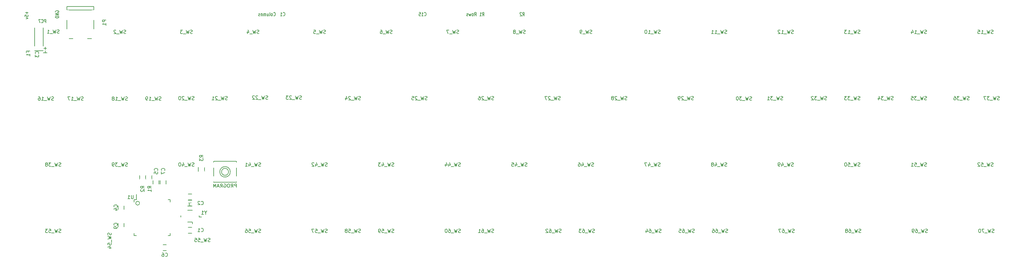
<source format=gbo>
G04 #@! TF.FileFunction,Legend,Bot*
%FSLAX46Y46*%
G04 Gerber Fmt 4.6, Leading zero omitted, Abs format (unit mm)*
G04 Created by KiCad (PCBNEW 4.0.3-stable) date Thursday, September 01, 2016 'PMt' 01:02:08 PM*
%MOMM*%
%LPD*%
G01*
G04 APERTURE LIST*
%ADD10C,0.150000*%
%ADD11C,0.200000*%
%ADD12C,2.099260*%
%ADD13R,2.099260X2.099260*%
%ADD14C,4.387810*%
%ADD15C,2.900000*%
%ADD16R,0.900380X2.701240*%
%ADD17R,2.398980X2.899360*%
%ADD18C,1.299160*%
%ADD19R,1.700000X1.900000*%
%ADD20R,0.960000X2.000000*%
%ADD21R,2.000000X0.960000*%
%ADD22R,1.900000X1.650000*%
%ADD23R,1.901140X3.399740*%
%ADD24R,1.650000X1.900000*%
%ADD25R,2.429460X3.051760*%
%ADD26R,3.600000X1.400000*%
%ADD27R,2.400000X1.700000*%
%ADD28R,2.127200X2.432000*%
%ADD29O,2.127200X2.432000*%
G04 APERTURE END LIST*
D10*
D11*
X38750000Y-19890477D02*
X38702381Y-19814286D01*
X38702381Y-19700001D01*
X38750000Y-19585715D01*
X38845238Y-19509524D01*
X38940476Y-19471429D01*
X39130952Y-19433334D01*
X39273810Y-19433334D01*
X39464286Y-19471429D01*
X39559524Y-19509524D01*
X39654762Y-19585715D01*
X39702381Y-19700001D01*
X39702381Y-19776191D01*
X39654762Y-19890477D01*
X39607143Y-19928572D01*
X39273810Y-19928572D01*
X39273810Y-19776191D01*
X39702381Y-20271429D02*
X38702381Y-20271429D01*
X39702381Y-20728572D01*
X38702381Y-20728572D01*
X39702381Y-21109524D02*
X38702381Y-21109524D01*
X38702381Y-21300000D01*
X38750000Y-21414286D01*
X38845238Y-21490477D01*
X38940476Y-21528572D01*
X39130952Y-21566667D01*
X39273810Y-21566667D01*
X39464286Y-21528572D01*
X39559524Y-21490477D01*
X39654762Y-21414286D01*
X39702381Y-21300000D01*
X39702381Y-21109524D01*
X35990476Y-22952381D02*
X35990476Y-21952381D01*
X35685714Y-21952381D01*
X35609523Y-22000000D01*
X35571428Y-22047619D01*
X35533333Y-22142857D01*
X35533333Y-22285714D01*
X35571428Y-22380952D01*
X35609523Y-22428571D01*
X35685714Y-22476190D01*
X35990476Y-22476190D01*
X34733333Y-22857143D02*
X34771428Y-22904762D01*
X34885714Y-22952381D01*
X34961904Y-22952381D01*
X35076190Y-22904762D01*
X35152381Y-22809524D01*
X35190476Y-22714286D01*
X35228571Y-22523810D01*
X35228571Y-22380952D01*
X35190476Y-22190476D01*
X35152381Y-22095238D01*
X35076190Y-22000000D01*
X34961904Y-21952381D01*
X34885714Y-21952381D01*
X34771428Y-22000000D01*
X34733333Y-22047619D01*
X34466666Y-21952381D02*
X33933333Y-21952381D01*
X34276190Y-22952381D01*
X30571429Y-19759524D02*
X30571429Y-20369048D01*
X30952381Y-20064286D02*
X30190476Y-20064286D01*
X29952381Y-21130953D02*
X29952381Y-20750000D01*
X30428571Y-20711905D01*
X30380952Y-20750000D01*
X30333333Y-20826191D01*
X30333333Y-21016667D01*
X30380952Y-21092857D01*
X30428571Y-21130953D01*
X30523810Y-21169048D01*
X30761905Y-21169048D01*
X30857143Y-21130953D01*
X30904762Y-21092857D01*
X30952381Y-21016667D01*
X30952381Y-20826191D01*
X30904762Y-20750000D01*
X30857143Y-20711905D01*
X30285714Y-21435715D02*
X30952381Y-21626191D01*
X30285714Y-21816667D01*
X172383333Y-20952381D02*
X172650000Y-20476190D01*
X172840476Y-20952381D02*
X172840476Y-19952381D01*
X172535714Y-19952381D01*
X172459523Y-20000000D01*
X172421428Y-20047619D01*
X172383333Y-20142857D01*
X172383333Y-20285714D01*
X172421428Y-20380952D01*
X172459523Y-20428571D01*
X172535714Y-20476190D01*
X172840476Y-20476190D01*
X172078571Y-20047619D02*
X172040476Y-20000000D01*
X171964285Y-19952381D01*
X171773809Y-19952381D01*
X171697619Y-20000000D01*
X171659523Y-20047619D01*
X171621428Y-20142857D01*
X171621428Y-20238095D01*
X171659523Y-20380952D01*
X172116666Y-20952381D01*
X171621428Y-20952381D01*
X160883333Y-20952381D02*
X161150000Y-20476190D01*
X161340476Y-20952381D02*
X161340476Y-19952381D01*
X161035714Y-19952381D01*
X160959523Y-20000000D01*
X160921428Y-20047619D01*
X160883333Y-20142857D01*
X160883333Y-20285714D01*
X160921428Y-20380952D01*
X160959523Y-20428571D01*
X161035714Y-20476190D01*
X161340476Y-20476190D01*
X160121428Y-20952381D02*
X160578571Y-20952381D01*
X160350000Y-20952381D02*
X160350000Y-19952381D01*
X160426190Y-20095238D01*
X160502381Y-20190476D01*
X160578571Y-20238095D01*
X158607143Y-20952381D02*
X158873810Y-20476190D01*
X159064286Y-20952381D02*
X159064286Y-19952381D01*
X158759524Y-19952381D01*
X158683333Y-20000000D01*
X158645238Y-20047619D01*
X158607143Y-20142857D01*
X158607143Y-20285714D01*
X158645238Y-20380952D01*
X158683333Y-20428571D01*
X158759524Y-20476190D01*
X159064286Y-20476190D01*
X158150000Y-20952381D02*
X158226191Y-20904762D01*
X158264286Y-20857143D01*
X158302381Y-20761905D01*
X158302381Y-20476190D01*
X158264286Y-20380952D01*
X158226191Y-20333333D01*
X158150000Y-20285714D01*
X158035714Y-20285714D01*
X157959524Y-20333333D01*
X157921429Y-20380952D01*
X157883333Y-20476190D01*
X157883333Y-20761905D01*
X157921429Y-20857143D01*
X157959524Y-20904762D01*
X158035714Y-20952381D01*
X158150000Y-20952381D01*
X157616666Y-20285714D02*
X157464285Y-20952381D01*
X157311904Y-20476190D01*
X157159523Y-20952381D01*
X157007142Y-20285714D01*
X156740476Y-20904762D02*
X156664286Y-20952381D01*
X156511905Y-20952381D01*
X156435714Y-20904762D01*
X156397619Y-20809524D01*
X156397619Y-20761905D01*
X156435714Y-20666667D01*
X156511905Y-20619048D01*
X156626190Y-20619048D01*
X156702381Y-20571429D01*
X156740476Y-20476190D01*
X156740476Y-20428571D01*
X156702381Y-20333333D01*
X156626190Y-20285714D01*
X156511905Y-20285714D01*
X156435714Y-20333333D01*
X101154763Y-20857143D02*
X101192858Y-20904762D01*
X101307144Y-20952381D01*
X101383334Y-20952381D01*
X101497620Y-20904762D01*
X101573811Y-20809524D01*
X101611906Y-20714286D01*
X101650001Y-20523810D01*
X101650001Y-20380952D01*
X101611906Y-20190476D01*
X101573811Y-20095238D01*
X101497620Y-20000000D01*
X101383334Y-19952381D01*
X101307144Y-19952381D01*
X101192858Y-20000000D01*
X101154763Y-20047619D01*
X100697620Y-20952381D02*
X100773811Y-20904762D01*
X100811906Y-20857143D01*
X100850001Y-20761905D01*
X100850001Y-20476190D01*
X100811906Y-20380952D01*
X100773811Y-20333333D01*
X100697620Y-20285714D01*
X100583334Y-20285714D01*
X100507144Y-20333333D01*
X100469049Y-20380952D01*
X100430953Y-20476190D01*
X100430953Y-20761905D01*
X100469049Y-20857143D01*
X100507144Y-20904762D01*
X100583334Y-20952381D01*
X100697620Y-20952381D01*
X99973810Y-20952381D02*
X100050001Y-20904762D01*
X100088096Y-20809524D01*
X100088096Y-19952381D01*
X99326191Y-20285714D02*
X99326191Y-20952381D01*
X99669048Y-20285714D02*
X99669048Y-20809524D01*
X99630953Y-20904762D01*
X99554762Y-20952381D01*
X99440476Y-20952381D01*
X99364286Y-20904762D01*
X99326191Y-20857143D01*
X98945238Y-20952381D02*
X98945238Y-20285714D01*
X98945238Y-20380952D02*
X98907143Y-20333333D01*
X98830952Y-20285714D01*
X98716666Y-20285714D01*
X98640476Y-20333333D01*
X98602381Y-20428571D01*
X98602381Y-20952381D01*
X98602381Y-20428571D02*
X98564285Y-20333333D01*
X98488095Y-20285714D01*
X98373809Y-20285714D01*
X98297619Y-20333333D01*
X98259524Y-20428571D01*
X98259524Y-20952381D01*
X97878571Y-20285714D02*
X97878571Y-20952381D01*
X97878571Y-20380952D02*
X97840476Y-20333333D01*
X97764285Y-20285714D01*
X97649999Y-20285714D01*
X97573809Y-20333333D01*
X97535714Y-20428571D01*
X97535714Y-20952381D01*
X97192856Y-20904762D02*
X97116666Y-20952381D01*
X96964285Y-20952381D01*
X96888094Y-20904762D01*
X96849999Y-20809524D01*
X96849999Y-20761905D01*
X96888094Y-20666667D01*
X96964285Y-20619048D01*
X97078570Y-20619048D01*
X97154761Y-20571429D01*
X97192856Y-20476190D01*
X97192856Y-20428571D01*
X97154761Y-20333333D01*
X97078570Y-20285714D01*
X96964285Y-20285714D01*
X96888094Y-20333333D01*
X144264286Y-20857143D02*
X144302381Y-20904762D01*
X144416667Y-20952381D01*
X144492857Y-20952381D01*
X144607143Y-20904762D01*
X144683334Y-20809524D01*
X144721429Y-20714286D01*
X144759524Y-20523810D01*
X144759524Y-20380952D01*
X144721429Y-20190476D01*
X144683334Y-20095238D01*
X144607143Y-20000000D01*
X144492857Y-19952381D01*
X144416667Y-19952381D01*
X144302381Y-20000000D01*
X144264286Y-20047619D01*
X143502381Y-20952381D02*
X143959524Y-20952381D01*
X143730953Y-20952381D02*
X143730953Y-19952381D01*
X143807143Y-20095238D01*
X143883334Y-20190476D01*
X143959524Y-20238095D01*
X142778571Y-19952381D02*
X143159524Y-19952381D01*
X143197619Y-20428571D01*
X143159524Y-20380952D01*
X143083333Y-20333333D01*
X142892857Y-20333333D01*
X142816667Y-20380952D01*
X142778571Y-20428571D01*
X142740476Y-20523810D01*
X142740476Y-20761905D01*
X142778571Y-20857143D01*
X142816667Y-20904762D01*
X142892857Y-20952381D01*
X143083333Y-20952381D01*
X143159524Y-20904762D01*
X143197619Y-20857143D01*
X103883333Y-20857143D02*
X103921428Y-20904762D01*
X104035714Y-20952381D01*
X104111904Y-20952381D01*
X104226190Y-20904762D01*
X104302381Y-20809524D01*
X104340476Y-20714286D01*
X104378571Y-20523810D01*
X104378571Y-20380952D01*
X104340476Y-20190476D01*
X104302381Y-20095238D01*
X104226190Y-20000000D01*
X104111904Y-19952381D01*
X104035714Y-19952381D01*
X103921428Y-20000000D01*
X103883333Y-20047619D01*
X103121428Y-20952381D02*
X103578571Y-20952381D01*
X103350000Y-20952381D02*
X103350000Y-19952381D01*
X103426190Y-20095238D01*
X103502381Y-20190476D01*
X103578571Y-20238095D01*
X62809017Y-74750000D02*
G75*
G03X62809017Y-74750000I-559017J0D01*
G01*
D10*
X41996360Y-19260820D02*
X49697640Y-19260820D01*
X41996360Y-18260060D02*
X49697640Y-18260060D01*
X49697640Y-18260060D02*
X49697640Y-27459940D01*
X49697640Y-27459940D02*
X41996360Y-27459940D01*
X41996360Y-27459940D02*
X41996360Y-18260060D01*
X64555400Y-66710000D02*
X64555400Y-67910000D01*
X66305400Y-67910000D02*
X66305400Y-66710000D01*
X62802800Y-66710000D02*
X62802800Y-67910000D01*
X64552800Y-67910000D02*
X64552800Y-66710000D01*
X61246000Y-73692000D02*
X61916000Y-73692000D01*
X61246000Y-84042000D02*
X61916000Y-84042000D01*
X71596000Y-84042000D02*
X70926000Y-84042000D01*
X71596000Y-73692000D02*
X70926000Y-73692000D01*
X61246000Y-73692000D02*
X61246000Y-74362000D01*
X71596000Y-73692000D02*
X71596000Y-74362000D01*
X71596000Y-84042000D02*
X71596000Y-83372000D01*
X61246000Y-84042000D02*
X61246000Y-83372000D01*
X61916000Y-73692000D02*
X61916000Y-72217000D01*
X77750000Y-83350000D02*
X76750000Y-83350000D01*
X76750000Y-81650000D02*
X77750000Y-81650000D01*
X77750000Y-75600000D02*
X76750000Y-75600000D01*
X76750000Y-73900000D02*
X77750000Y-73900000D01*
X32801120Y-29600960D02*
X32801120Y-24399040D01*
X35198880Y-24399040D02*
X35198880Y-29600960D01*
X36298700Y-31599940D02*
X35198880Y-31599940D01*
X35798320Y-32199380D02*
X35798320Y-31000500D01*
X35198880Y-30995420D02*
X32801120Y-30995420D01*
X56650000Y-76500000D02*
X56650000Y-75500000D01*
X58350000Y-75500000D02*
X58350000Y-76500000D01*
X68350000Y-68250000D02*
X68350000Y-69250000D01*
X66650000Y-69250000D02*
X66650000Y-68250000D01*
X70500000Y-88350000D02*
X69500000Y-88350000D01*
X69500000Y-86650000D02*
X70500000Y-86650000D01*
X70350000Y-68250000D02*
X70350000Y-69250000D01*
X68650000Y-69250000D02*
X68650000Y-68250000D01*
X77750000Y-73850000D02*
X76750000Y-73850000D01*
X76750000Y-72150000D02*
X77750000Y-72150000D01*
X58350000Y-80500000D02*
X58350000Y-81500000D01*
X56650000Y-81500000D02*
X56650000Y-80500000D01*
X81375000Y-65600000D02*
X81375000Y-64400000D01*
X79625000Y-64400000D02*
X79625000Y-65600000D01*
X90500000Y-68750000D02*
X90500000Y-68550000D01*
X90500000Y-62750000D02*
X90500000Y-62950000D01*
X84000000Y-62750000D02*
X84000000Y-62950000D01*
X84000000Y-68750000D02*
X84000000Y-68550000D01*
X84000000Y-66950000D02*
X84000000Y-64550000D01*
X90500000Y-66950000D02*
X90500000Y-64550000D01*
X90500000Y-68750000D02*
X84000000Y-68750000D01*
X84000000Y-62750000D02*
X90500000Y-62750000D01*
X88250000Y-65750000D02*
G75*
G03X88250000Y-65750000I-1000000J0D01*
G01*
X88750000Y-65750000D02*
G75*
G03X88750000Y-65750000I-1500000J0D01*
G01*
X79850000Y-78700000D02*
X80550000Y-78700000D01*
X77950000Y-80200000D02*
X77950000Y-80700000D01*
X76547920Y-80200000D02*
X77950000Y-80200000D01*
X77951040Y-76800000D02*
X76548960Y-76800000D01*
X74650000Y-78700000D02*
X74650000Y-78300000D01*
X79850000Y-78700000D02*
X79850000Y-78300000D01*
D11*
X307240476Y-83129762D02*
X307097619Y-83177381D01*
X306859523Y-83177381D01*
X306764285Y-83129762D01*
X306716666Y-83082143D01*
X306669047Y-82986905D01*
X306669047Y-82891667D01*
X306716666Y-82796429D01*
X306764285Y-82748810D01*
X306859523Y-82701190D01*
X307050000Y-82653571D01*
X307145238Y-82605952D01*
X307192857Y-82558333D01*
X307240476Y-82463095D01*
X307240476Y-82367857D01*
X307192857Y-82272619D01*
X307145238Y-82225000D01*
X307050000Y-82177381D01*
X306811904Y-82177381D01*
X306669047Y-82225000D01*
X306335714Y-82177381D02*
X306097619Y-83177381D01*
X305907142Y-82463095D01*
X305716666Y-83177381D01*
X305478571Y-82177381D01*
X305335714Y-83272619D02*
X304573809Y-83272619D01*
X304430952Y-82177381D02*
X303764285Y-82177381D01*
X304192857Y-83177381D01*
X303192857Y-82177381D02*
X303097618Y-82177381D01*
X303002380Y-82225000D01*
X302954761Y-82272619D01*
X302907142Y-82367857D01*
X302859523Y-82558333D01*
X302859523Y-82796429D01*
X302907142Y-82986905D01*
X302954761Y-83082143D01*
X303002380Y-83129762D01*
X303097618Y-83177381D01*
X303192857Y-83177381D01*
X303288095Y-83129762D01*
X303335714Y-83082143D01*
X303383333Y-82986905D01*
X303430952Y-82796429D01*
X303430952Y-82558333D01*
X303383333Y-82367857D01*
X303335714Y-82272619D01*
X303288095Y-82225000D01*
X303192857Y-82177381D01*
X288190476Y-83129762D02*
X288047619Y-83177381D01*
X287809523Y-83177381D01*
X287714285Y-83129762D01*
X287666666Y-83082143D01*
X287619047Y-82986905D01*
X287619047Y-82891667D01*
X287666666Y-82796429D01*
X287714285Y-82748810D01*
X287809523Y-82701190D01*
X288000000Y-82653571D01*
X288095238Y-82605952D01*
X288142857Y-82558333D01*
X288190476Y-82463095D01*
X288190476Y-82367857D01*
X288142857Y-82272619D01*
X288095238Y-82225000D01*
X288000000Y-82177381D01*
X287761904Y-82177381D01*
X287619047Y-82225000D01*
X287285714Y-82177381D02*
X287047619Y-83177381D01*
X286857142Y-82463095D01*
X286666666Y-83177381D01*
X286428571Y-82177381D01*
X286285714Y-83272619D02*
X285523809Y-83272619D01*
X284857142Y-82177381D02*
X285047619Y-82177381D01*
X285142857Y-82225000D01*
X285190476Y-82272619D01*
X285285714Y-82415476D01*
X285333333Y-82605952D01*
X285333333Y-82986905D01*
X285285714Y-83082143D01*
X285238095Y-83129762D01*
X285142857Y-83177381D01*
X284952380Y-83177381D01*
X284857142Y-83129762D01*
X284809523Y-83082143D01*
X284761904Y-82986905D01*
X284761904Y-82748810D01*
X284809523Y-82653571D01*
X284857142Y-82605952D01*
X284952380Y-82558333D01*
X285142857Y-82558333D01*
X285238095Y-82605952D01*
X285285714Y-82653571D01*
X285333333Y-82748810D01*
X284285714Y-83177381D02*
X284095238Y-83177381D01*
X283999999Y-83129762D01*
X283952380Y-83082143D01*
X283857142Y-82939286D01*
X283809523Y-82748810D01*
X283809523Y-82367857D01*
X283857142Y-82272619D01*
X283904761Y-82225000D01*
X283999999Y-82177381D01*
X284190476Y-82177381D01*
X284285714Y-82225000D01*
X284333333Y-82272619D01*
X284380952Y-82367857D01*
X284380952Y-82605952D01*
X284333333Y-82701190D01*
X284285714Y-82748810D01*
X284190476Y-82796429D01*
X283999999Y-82796429D01*
X283904761Y-82748810D01*
X283857142Y-82701190D01*
X283809523Y-82605952D01*
X269140476Y-83129762D02*
X268997619Y-83177381D01*
X268759523Y-83177381D01*
X268664285Y-83129762D01*
X268616666Y-83082143D01*
X268569047Y-82986905D01*
X268569047Y-82891667D01*
X268616666Y-82796429D01*
X268664285Y-82748810D01*
X268759523Y-82701190D01*
X268950000Y-82653571D01*
X269045238Y-82605952D01*
X269092857Y-82558333D01*
X269140476Y-82463095D01*
X269140476Y-82367857D01*
X269092857Y-82272619D01*
X269045238Y-82225000D01*
X268950000Y-82177381D01*
X268711904Y-82177381D01*
X268569047Y-82225000D01*
X268235714Y-82177381D02*
X267997619Y-83177381D01*
X267807142Y-82463095D01*
X267616666Y-83177381D01*
X267378571Y-82177381D01*
X267235714Y-83272619D02*
X266473809Y-83272619D01*
X265807142Y-82177381D02*
X265997619Y-82177381D01*
X266092857Y-82225000D01*
X266140476Y-82272619D01*
X266235714Y-82415476D01*
X266283333Y-82605952D01*
X266283333Y-82986905D01*
X266235714Y-83082143D01*
X266188095Y-83129762D01*
X266092857Y-83177381D01*
X265902380Y-83177381D01*
X265807142Y-83129762D01*
X265759523Y-83082143D01*
X265711904Y-82986905D01*
X265711904Y-82748810D01*
X265759523Y-82653571D01*
X265807142Y-82605952D01*
X265902380Y-82558333D01*
X266092857Y-82558333D01*
X266188095Y-82605952D01*
X266235714Y-82653571D01*
X266283333Y-82748810D01*
X265140476Y-82605952D02*
X265235714Y-82558333D01*
X265283333Y-82510714D01*
X265330952Y-82415476D01*
X265330952Y-82367857D01*
X265283333Y-82272619D01*
X265235714Y-82225000D01*
X265140476Y-82177381D01*
X264949999Y-82177381D01*
X264854761Y-82225000D01*
X264807142Y-82272619D01*
X264759523Y-82367857D01*
X264759523Y-82415476D01*
X264807142Y-82510714D01*
X264854761Y-82558333D01*
X264949999Y-82605952D01*
X265140476Y-82605952D01*
X265235714Y-82653571D01*
X265283333Y-82701190D01*
X265330952Y-82796429D01*
X265330952Y-82986905D01*
X265283333Y-83082143D01*
X265235714Y-83129762D01*
X265140476Y-83177381D01*
X264949999Y-83177381D01*
X264854761Y-83129762D01*
X264807142Y-83082143D01*
X264759523Y-82986905D01*
X264759523Y-82796429D01*
X264807142Y-82701190D01*
X264854761Y-82653571D01*
X264949999Y-82605952D01*
X250090476Y-83129762D02*
X249947619Y-83177381D01*
X249709523Y-83177381D01*
X249614285Y-83129762D01*
X249566666Y-83082143D01*
X249519047Y-82986905D01*
X249519047Y-82891667D01*
X249566666Y-82796429D01*
X249614285Y-82748810D01*
X249709523Y-82701190D01*
X249900000Y-82653571D01*
X249995238Y-82605952D01*
X250042857Y-82558333D01*
X250090476Y-82463095D01*
X250090476Y-82367857D01*
X250042857Y-82272619D01*
X249995238Y-82225000D01*
X249900000Y-82177381D01*
X249661904Y-82177381D01*
X249519047Y-82225000D01*
X249185714Y-82177381D02*
X248947619Y-83177381D01*
X248757142Y-82463095D01*
X248566666Y-83177381D01*
X248328571Y-82177381D01*
X248185714Y-83272619D02*
X247423809Y-83272619D01*
X246757142Y-82177381D02*
X246947619Y-82177381D01*
X247042857Y-82225000D01*
X247090476Y-82272619D01*
X247185714Y-82415476D01*
X247233333Y-82605952D01*
X247233333Y-82986905D01*
X247185714Y-83082143D01*
X247138095Y-83129762D01*
X247042857Y-83177381D01*
X246852380Y-83177381D01*
X246757142Y-83129762D01*
X246709523Y-83082143D01*
X246661904Y-82986905D01*
X246661904Y-82748810D01*
X246709523Y-82653571D01*
X246757142Y-82605952D01*
X246852380Y-82558333D01*
X247042857Y-82558333D01*
X247138095Y-82605952D01*
X247185714Y-82653571D01*
X247233333Y-82748810D01*
X246328571Y-82177381D02*
X245661904Y-82177381D01*
X246090476Y-83177381D01*
X231040476Y-83129762D02*
X230897619Y-83177381D01*
X230659523Y-83177381D01*
X230564285Y-83129762D01*
X230516666Y-83082143D01*
X230469047Y-82986905D01*
X230469047Y-82891667D01*
X230516666Y-82796429D01*
X230564285Y-82748810D01*
X230659523Y-82701190D01*
X230850000Y-82653571D01*
X230945238Y-82605952D01*
X230992857Y-82558333D01*
X231040476Y-82463095D01*
X231040476Y-82367857D01*
X230992857Y-82272619D01*
X230945238Y-82225000D01*
X230850000Y-82177381D01*
X230611904Y-82177381D01*
X230469047Y-82225000D01*
X230135714Y-82177381D02*
X229897619Y-83177381D01*
X229707142Y-82463095D01*
X229516666Y-83177381D01*
X229278571Y-82177381D01*
X229135714Y-83272619D02*
X228373809Y-83272619D01*
X227707142Y-82177381D02*
X227897619Y-82177381D01*
X227992857Y-82225000D01*
X228040476Y-82272619D01*
X228135714Y-82415476D01*
X228183333Y-82605952D01*
X228183333Y-82986905D01*
X228135714Y-83082143D01*
X228088095Y-83129762D01*
X227992857Y-83177381D01*
X227802380Y-83177381D01*
X227707142Y-83129762D01*
X227659523Y-83082143D01*
X227611904Y-82986905D01*
X227611904Y-82748810D01*
X227659523Y-82653571D01*
X227707142Y-82605952D01*
X227802380Y-82558333D01*
X227992857Y-82558333D01*
X228088095Y-82605952D01*
X228135714Y-82653571D01*
X228183333Y-82748810D01*
X226754761Y-82177381D02*
X226945238Y-82177381D01*
X227040476Y-82225000D01*
X227088095Y-82272619D01*
X227183333Y-82415476D01*
X227230952Y-82605952D01*
X227230952Y-82986905D01*
X227183333Y-83082143D01*
X227135714Y-83129762D01*
X227040476Y-83177381D01*
X226849999Y-83177381D01*
X226754761Y-83129762D01*
X226707142Y-83082143D01*
X226659523Y-82986905D01*
X226659523Y-82748810D01*
X226707142Y-82653571D01*
X226754761Y-82605952D01*
X226849999Y-82558333D01*
X227040476Y-82558333D01*
X227135714Y-82605952D01*
X227183333Y-82653571D01*
X227230952Y-82748810D01*
X211990476Y-83129762D02*
X211847619Y-83177381D01*
X211609523Y-83177381D01*
X211514285Y-83129762D01*
X211466666Y-83082143D01*
X211419047Y-82986905D01*
X211419047Y-82891667D01*
X211466666Y-82796429D01*
X211514285Y-82748810D01*
X211609523Y-82701190D01*
X211800000Y-82653571D01*
X211895238Y-82605952D01*
X211942857Y-82558333D01*
X211990476Y-82463095D01*
X211990476Y-82367857D01*
X211942857Y-82272619D01*
X211895238Y-82225000D01*
X211800000Y-82177381D01*
X211561904Y-82177381D01*
X211419047Y-82225000D01*
X211085714Y-82177381D02*
X210847619Y-83177381D01*
X210657142Y-82463095D01*
X210466666Y-83177381D01*
X210228571Y-82177381D01*
X210085714Y-83272619D02*
X209323809Y-83272619D01*
X208657142Y-82177381D02*
X208847619Y-82177381D01*
X208942857Y-82225000D01*
X208990476Y-82272619D01*
X209085714Y-82415476D01*
X209133333Y-82605952D01*
X209133333Y-82986905D01*
X209085714Y-83082143D01*
X209038095Y-83129762D01*
X208942857Y-83177381D01*
X208752380Y-83177381D01*
X208657142Y-83129762D01*
X208609523Y-83082143D01*
X208561904Y-82986905D01*
X208561904Y-82748810D01*
X208609523Y-82653571D01*
X208657142Y-82605952D01*
X208752380Y-82558333D01*
X208942857Y-82558333D01*
X209038095Y-82605952D01*
X209085714Y-82653571D01*
X209133333Y-82748810D01*
X207704761Y-82510714D02*
X207704761Y-83177381D01*
X207942857Y-82129762D02*
X208180952Y-82844048D01*
X207561904Y-82844048D01*
X192940476Y-83129762D02*
X192797619Y-83177381D01*
X192559523Y-83177381D01*
X192464285Y-83129762D01*
X192416666Y-83082143D01*
X192369047Y-82986905D01*
X192369047Y-82891667D01*
X192416666Y-82796429D01*
X192464285Y-82748810D01*
X192559523Y-82701190D01*
X192750000Y-82653571D01*
X192845238Y-82605952D01*
X192892857Y-82558333D01*
X192940476Y-82463095D01*
X192940476Y-82367857D01*
X192892857Y-82272619D01*
X192845238Y-82225000D01*
X192750000Y-82177381D01*
X192511904Y-82177381D01*
X192369047Y-82225000D01*
X192035714Y-82177381D02*
X191797619Y-83177381D01*
X191607142Y-82463095D01*
X191416666Y-83177381D01*
X191178571Y-82177381D01*
X191035714Y-83272619D02*
X190273809Y-83272619D01*
X189607142Y-82177381D02*
X189797619Y-82177381D01*
X189892857Y-82225000D01*
X189940476Y-82272619D01*
X190035714Y-82415476D01*
X190083333Y-82605952D01*
X190083333Y-82986905D01*
X190035714Y-83082143D01*
X189988095Y-83129762D01*
X189892857Y-83177381D01*
X189702380Y-83177381D01*
X189607142Y-83129762D01*
X189559523Y-83082143D01*
X189511904Y-82986905D01*
X189511904Y-82748810D01*
X189559523Y-82653571D01*
X189607142Y-82605952D01*
X189702380Y-82558333D01*
X189892857Y-82558333D01*
X189988095Y-82605952D01*
X190035714Y-82653571D01*
X190083333Y-82748810D01*
X189178571Y-82177381D02*
X188559523Y-82177381D01*
X188892857Y-82558333D01*
X188749999Y-82558333D01*
X188654761Y-82605952D01*
X188607142Y-82653571D01*
X188559523Y-82748810D01*
X188559523Y-82986905D01*
X188607142Y-83082143D01*
X188654761Y-83129762D01*
X188749999Y-83177381D01*
X189035714Y-83177381D01*
X189130952Y-83129762D01*
X189178571Y-83082143D01*
X164115476Y-83129762D02*
X163972619Y-83177381D01*
X163734523Y-83177381D01*
X163639285Y-83129762D01*
X163591666Y-83082143D01*
X163544047Y-82986905D01*
X163544047Y-82891667D01*
X163591666Y-82796429D01*
X163639285Y-82748810D01*
X163734523Y-82701190D01*
X163925000Y-82653571D01*
X164020238Y-82605952D01*
X164067857Y-82558333D01*
X164115476Y-82463095D01*
X164115476Y-82367857D01*
X164067857Y-82272619D01*
X164020238Y-82225000D01*
X163925000Y-82177381D01*
X163686904Y-82177381D01*
X163544047Y-82225000D01*
X163210714Y-82177381D02*
X162972619Y-83177381D01*
X162782142Y-82463095D01*
X162591666Y-83177381D01*
X162353571Y-82177381D01*
X162210714Y-83272619D02*
X161448809Y-83272619D01*
X160782142Y-82177381D02*
X160972619Y-82177381D01*
X161067857Y-82225000D01*
X161115476Y-82272619D01*
X161210714Y-82415476D01*
X161258333Y-82605952D01*
X161258333Y-82986905D01*
X161210714Y-83082143D01*
X161163095Y-83129762D01*
X161067857Y-83177381D01*
X160877380Y-83177381D01*
X160782142Y-83129762D01*
X160734523Y-83082143D01*
X160686904Y-82986905D01*
X160686904Y-82748810D01*
X160734523Y-82653571D01*
X160782142Y-82605952D01*
X160877380Y-82558333D01*
X161067857Y-82558333D01*
X161163095Y-82605952D01*
X161210714Y-82653571D01*
X161258333Y-82748810D01*
X159734523Y-83177381D02*
X160305952Y-83177381D01*
X160020238Y-83177381D02*
X160020238Y-82177381D01*
X160115476Y-82320238D01*
X160210714Y-82415476D01*
X160305952Y-82463095D01*
X126015476Y-83129762D02*
X125872619Y-83177381D01*
X125634523Y-83177381D01*
X125539285Y-83129762D01*
X125491666Y-83082143D01*
X125444047Y-82986905D01*
X125444047Y-82891667D01*
X125491666Y-82796429D01*
X125539285Y-82748810D01*
X125634523Y-82701190D01*
X125825000Y-82653571D01*
X125920238Y-82605952D01*
X125967857Y-82558333D01*
X126015476Y-82463095D01*
X126015476Y-82367857D01*
X125967857Y-82272619D01*
X125920238Y-82225000D01*
X125825000Y-82177381D01*
X125586904Y-82177381D01*
X125444047Y-82225000D01*
X125110714Y-82177381D02*
X124872619Y-83177381D01*
X124682142Y-82463095D01*
X124491666Y-83177381D01*
X124253571Y-82177381D01*
X124110714Y-83272619D02*
X123348809Y-83272619D01*
X122634523Y-82177381D02*
X123110714Y-82177381D01*
X123158333Y-82653571D01*
X123110714Y-82605952D01*
X123015476Y-82558333D01*
X122777380Y-82558333D01*
X122682142Y-82605952D01*
X122634523Y-82653571D01*
X122586904Y-82748810D01*
X122586904Y-82986905D01*
X122634523Y-83082143D01*
X122682142Y-83129762D01*
X122777380Y-83177381D01*
X123015476Y-83177381D01*
X123110714Y-83129762D01*
X123158333Y-83082143D01*
X122015476Y-82605952D02*
X122110714Y-82558333D01*
X122158333Y-82510714D01*
X122205952Y-82415476D01*
X122205952Y-82367857D01*
X122158333Y-82272619D01*
X122110714Y-82225000D01*
X122015476Y-82177381D01*
X121824999Y-82177381D01*
X121729761Y-82225000D01*
X121682142Y-82272619D01*
X121634523Y-82367857D01*
X121634523Y-82415476D01*
X121682142Y-82510714D01*
X121729761Y-82558333D01*
X121824999Y-82605952D01*
X122015476Y-82605952D01*
X122110714Y-82653571D01*
X122158333Y-82701190D01*
X122205952Y-82796429D01*
X122205952Y-82986905D01*
X122158333Y-83082143D01*
X122110714Y-83129762D01*
X122015476Y-83177381D01*
X121824999Y-83177381D01*
X121729761Y-83129762D01*
X121682142Y-83082143D01*
X121634523Y-82986905D01*
X121634523Y-82796429D01*
X121682142Y-82701190D01*
X121729761Y-82653571D01*
X121824999Y-82605952D01*
X97440476Y-83129762D02*
X97297619Y-83177381D01*
X97059523Y-83177381D01*
X96964285Y-83129762D01*
X96916666Y-83082143D01*
X96869047Y-82986905D01*
X96869047Y-82891667D01*
X96916666Y-82796429D01*
X96964285Y-82748810D01*
X97059523Y-82701190D01*
X97250000Y-82653571D01*
X97345238Y-82605952D01*
X97392857Y-82558333D01*
X97440476Y-82463095D01*
X97440476Y-82367857D01*
X97392857Y-82272619D01*
X97345238Y-82225000D01*
X97250000Y-82177381D01*
X97011904Y-82177381D01*
X96869047Y-82225000D01*
X96535714Y-82177381D02*
X96297619Y-83177381D01*
X96107142Y-82463095D01*
X95916666Y-83177381D01*
X95678571Y-82177381D01*
X95535714Y-83272619D02*
X94773809Y-83272619D01*
X94059523Y-82177381D02*
X94535714Y-82177381D01*
X94583333Y-82653571D01*
X94535714Y-82605952D01*
X94440476Y-82558333D01*
X94202380Y-82558333D01*
X94107142Y-82605952D01*
X94059523Y-82653571D01*
X94011904Y-82748810D01*
X94011904Y-82986905D01*
X94059523Y-83082143D01*
X94107142Y-83129762D01*
X94202380Y-83177381D01*
X94440476Y-83177381D01*
X94535714Y-83129762D01*
X94583333Y-83082143D01*
X93154761Y-82177381D02*
X93345238Y-82177381D01*
X93440476Y-82225000D01*
X93488095Y-82272619D01*
X93583333Y-82415476D01*
X93630952Y-82605952D01*
X93630952Y-82986905D01*
X93583333Y-83082143D01*
X93535714Y-83129762D01*
X93440476Y-83177381D01*
X93249999Y-83177381D01*
X93154761Y-83129762D01*
X93107142Y-83082143D01*
X93059523Y-82986905D01*
X93059523Y-82748810D01*
X93107142Y-82653571D01*
X93154761Y-82605952D01*
X93249999Y-82558333D01*
X93440476Y-82558333D01*
X93535714Y-82605952D01*
X93583333Y-82653571D01*
X93630952Y-82748810D01*
X82962476Y-85748762D02*
X82819619Y-85796381D01*
X82581523Y-85796381D01*
X82486285Y-85748762D01*
X82438666Y-85701143D01*
X82391047Y-85605905D01*
X82391047Y-85510667D01*
X82438666Y-85415429D01*
X82486285Y-85367810D01*
X82581523Y-85320190D01*
X82772000Y-85272571D01*
X82867238Y-85224952D01*
X82914857Y-85177333D01*
X82962476Y-85082095D01*
X82962476Y-84986857D01*
X82914857Y-84891619D01*
X82867238Y-84844000D01*
X82772000Y-84796381D01*
X82533904Y-84796381D01*
X82391047Y-84844000D01*
X82057714Y-84796381D02*
X81819619Y-85796381D01*
X81629142Y-85082095D01*
X81438666Y-85796381D01*
X81200571Y-84796381D01*
X81057714Y-85891619D02*
X80295809Y-85891619D01*
X79581523Y-84796381D02*
X80057714Y-84796381D01*
X80105333Y-85272571D01*
X80057714Y-85224952D01*
X79962476Y-85177333D01*
X79724380Y-85177333D01*
X79629142Y-85224952D01*
X79581523Y-85272571D01*
X79533904Y-85367810D01*
X79533904Y-85605905D01*
X79581523Y-85701143D01*
X79629142Y-85748762D01*
X79724380Y-85796381D01*
X79962476Y-85796381D01*
X80057714Y-85748762D01*
X80105333Y-85701143D01*
X78629142Y-84796381D02*
X79105333Y-84796381D01*
X79152952Y-85272571D01*
X79105333Y-85224952D01*
X79010095Y-85177333D01*
X78771999Y-85177333D01*
X78676761Y-85224952D01*
X78629142Y-85272571D01*
X78581523Y-85367810D01*
X78581523Y-85605905D01*
X78629142Y-85701143D01*
X78676761Y-85748762D01*
X78771999Y-85796381D01*
X79010095Y-85796381D01*
X79105333Y-85748762D01*
X79152952Y-85701143D01*
X54654762Y-83309524D02*
X54702381Y-83452381D01*
X54702381Y-83690477D01*
X54654762Y-83785715D01*
X54607143Y-83833334D01*
X54511905Y-83880953D01*
X54416667Y-83880953D01*
X54321429Y-83833334D01*
X54273810Y-83785715D01*
X54226190Y-83690477D01*
X54178571Y-83500000D01*
X54130952Y-83404762D01*
X54083333Y-83357143D01*
X53988095Y-83309524D01*
X53892857Y-83309524D01*
X53797619Y-83357143D01*
X53750000Y-83404762D01*
X53702381Y-83500000D01*
X53702381Y-83738096D01*
X53750000Y-83880953D01*
X53702381Y-84214286D02*
X54702381Y-84452381D01*
X53988095Y-84642858D01*
X54702381Y-84833334D01*
X53702381Y-85071429D01*
X54797619Y-85214286D02*
X54797619Y-85976191D01*
X53702381Y-86690477D02*
X53702381Y-86214286D01*
X54178571Y-86166667D01*
X54130952Y-86214286D01*
X54083333Y-86309524D01*
X54083333Y-86547620D01*
X54130952Y-86642858D01*
X54178571Y-86690477D01*
X54273810Y-86738096D01*
X54511905Y-86738096D01*
X54607143Y-86690477D01*
X54654762Y-86642858D01*
X54702381Y-86547620D01*
X54702381Y-86309524D01*
X54654762Y-86214286D01*
X54607143Y-86166667D01*
X54035714Y-87595239D02*
X54702381Y-87595239D01*
X53654762Y-87357143D02*
X54369048Y-87119048D01*
X54369048Y-87738096D01*
X40290476Y-83129762D02*
X40147619Y-83177381D01*
X39909523Y-83177381D01*
X39814285Y-83129762D01*
X39766666Y-83082143D01*
X39719047Y-82986905D01*
X39719047Y-82891667D01*
X39766666Y-82796429D01*
X39814285Y-82748810D01*
X39909523Y-82701190D01*
X40100000Y-82653571D01*
X40195238Y-82605952D01*
X40242857Y-82558333D01*
X40290476Y-82463095D01*
X40290476Y-82367857D01*
X40242857Y-82272619D01*
X40195238Y-82225000D01*
X40100000Y-82177381D01*
X39861904Y-82177381D01*
X39719047Y-82225000D01*
X39385714Y-82177381D02*
X39147619Y-83177381D01*
X38957142Y-82463095D01*
X38766666Y-83177381D01*
X38528571Y-82177381D01*
X38385714Y-83272619D02*
X37623809Y-83272619D01*
X36909523Y-82177381D02*
X37385714Y-82177381D01*
X37433333Y-82653571D01*
X37385714Y-82605952D01*
X37290476Y-82558333D01*
X37052380Y-82558333D01*
X36957142Y-82605952D01*
X36909523Y-82653571D01*
X36861904Y-82748810D01*
X36861904Y-82986905D01*
X36909523Y-83082143D01*
X36957142Y-83129762D01*
X37052380Y-83177381D01*
X37290476Y-83177381D01*
X37385714Y-83129762D01*
X37433333Y-83082143D01*
X36528571Y-82177381D02*
X35909523Y-82177381D01*
X36242857Y-82558333D01*
X36099999Y-82558333D01*
X36004761Y-82605952D01*
X35957142Y-82653571D01*
X35909523Y-82748810D01*
X35909523Y-82986905D01*
X35957142Y-83082143D01*
X36004761Y-83129762D01*
X36099999Y-83177381D01*
X36385714Y-83177381D01*
X36480952Y-83129762D01*
X36528571Y-83082143D01*
X306990476Y-64079762D02*
X306847619Y-64127381D01*
X306609523Y-64127381D01*
X306514285Y-64079762D01*
X306466666Y-64032143D01*
X306419047Y-63936905D01*
X306419047Y-63841667D01*
X306466666Y-63746429D01*
X306514285Y-63698810D01*
X306609523Y-63651190D01*
X306800000Y-63603571D01*
X306895238Y-63555952D01*
X306942857Y-63508333D01*
X306990476Y-63413095D01*
X306990476Y-63317857D01*
X306942857Y-63222619D01*
X306895238Y-63175000D01*
X306800000Y-63127381D01*
X306561904Y-63127381D01*
X306419047Y-63175000D01*
X306085714Y-63127381D02*
X305847619Y-64127381D01*
X305657142Y-63413095D01*
X305466666Y-64127381D01*
X305228571Y-63127381D01*
X305085714Y-64222619D02*
X304323809Y-64222619D01*
X303609523Y-63127381D02*
X304085714Y-63127381D01*
X304133333Y-63603571D01*
X304085714Y-63555952D01*
X303990476Y-63508333D01*
X303752380Y-63508333D01*
X303657142Y-63555952D01*
X303609523Y-63603571D01*
X303561904Y-63698810D01*
X303561904Y-63936905D01*
X303609523Y-64032143D01*
X303657142Y-64079762D01*
X303752380Y-64127381D01*
X303990476Y-64127381D01*
X304085714Y-64079762D01*
X304133333Y-64032143D01*
X303180952Y-63222619D02*
X303133333Y-63175000D01*
X303038095Y-63127381D01*
X302799999Y-63127381D01*
X302704761Y-63175000D01*
X302657142Y-63222619D01*
X302609523Y-63317857D01*
X302609523Y-63413095D01*
X302657142Y-63555952D01*
X303228571Y-64127381D01*
X302609523Y-64127381D01*
X287940476Y-64079762D02*
X287797619Y-64127381D01*
X287559523Y-64127381D01*
X287464285Y-64079762D01*
X287416666Y-64032143D01*
X287369047Y-63936905D01*
X287369047Y-63841667D01*
X287416666Y-63746429D01*
X287464285Y-63698810D01*
X287559523Y-63651190D01*
X287750000Y-63603571D01*
X287845238Y-63555952D01*
X287892857Y-63508333D01*
X287940476Y-63413095D01*
X287940476Y-63317857D01*
X287892857Y-63222619D01*
X287845238Y-63175000D01*
X287750000Y-63127381D01*
X287511904Y-63127381D01*
X287369047Y-63175000D01*
X287035714Y-63127381D02*
X286797619Y-64127381D01*
X286607142Y-63413095D01*
X286416666Y-64127381D01*
X286178571Y-63127381D01*
X286035714Y-64222619D02*
X285273809Y-64222619D01*
X284559523Y-63127381D02*
X285035714Y-63127381D01*
X285083333Y-63603571D01*
X285035714Y-63555952D01*
X284940476Y-63508333D01*
X284702380Y-63508333D01*
X284607142Y-63555952D01*
X284559523Y-63603571D01*
X284511904Y-63698810D01*
X284511904Y-63936905D01*
X284559523Y-64032143D01*
X284607142Y-64079762D01*
X284702380Y-64127381D01*
X284940476Y-64127381D01*
X285035714Y-64079762D01*
X285083333Y-64032143D01*
X283559523Y-64127381D02*
X284130952Y-64127381D01*
X283845238Y-64127381D02*
X283845238Y-63127381D01*
X283940476Y-63270238D01*
X284035714Y-63365476D01*
X284130952Y-63413095D01*
X268890476Y-64079762D02*
X268747619Y-64127381D01*
X268509523Y-64127381D01*
X268414285Y-64079762D01*
X268366666Y-64032143D01*
X268319047Y-63936905D01*
X268319047Y-63841667D01*
X268366666Y-63746429D01*
X268414285Y-63698810D01*
X268509523Y-63651190D01*
X268700000Y-63603571D01*
X268795238Y-63555952D01*
X268842857Y-63508333D01*
X268890476Y-63413095D01*
X268890476Y-63317857D01*
X268842857Y-63222619D01*
X268795238Y-63175000D01*
X268700000Y-63127381D01*
X268461904Y-63127381D01*
X268319047Y-63175000D01*
X267985714Y-63127381D02*
X267747619Y-64127381D01*
X267557142Y-63413095D01*
X267366666Y-64127381D01*
X267128571Y-63127381D01*
X266985714Y-64222619D02*
X266223809Y-64222619D01*
X265509523Y-63127381D02*
X265985714Y-63127381D01*
X266033333Y-63603571D01*
X265985714Y-63555952D01*
X265890476Y-63508333D01*
X265652380Y-63508333D01*
X265557142Y-63555952D01*
X265509523Y-63603571D01*
X265461904Y-63698810D01*
X265461904Y-63936905D01*
X265509523Y-64032143D01*
X265557142Y-64079762D01*
X265652380Y-64127381D01*
X265890476Y-64127381D01*
X265985714Y-64079762D01*
X266033333Y-64032143D01*
X264842857Y-63127381D02*
X264747618Y-63127381D01*
X264652380Y-63175000D01*
X264604761Y-63222619D01*
X264557142Y-63317857D01*
X264509523Y-63508333D01*
X264509523Y-63746429D01*
X264557142Y-63936905D01*
X264604761Y-64032143D01*
X264652380Y-64079762D01*
X264747618Y-64127381D01*
X264842857Y-64127381D01*
X264938095Y-64079762D01*
X264985714Y-64032143D01*
X265033333Y-63936905D01*
X265080952Y-63746429D01*
X265080952Y-63508333D01*
X265033333Y-63317857D01*
X264985714Y-63222619D01*
X264938095Y-63175000D01*
X264842857Y-63127381D01*
X249840476Y-64079762D02*
X249697619Y-64127381D01*
X249459523Y-64127381D01*
X249364285Y-64079762D01*
X249316666Y-64032143D01*
X249269047Y-63936905D01*
X249269047Y-63841667D01*
X249316666Y-63746429D01*
X249364285Y-63698810D01*
X249459523Y-63651190D01*
X249650000Y-63603571D01*
X249745238Y-63555952D01*
X249792857Y-63508333D01*
X249840476Y-63413095D01*
X249840476Y-63317857D01*
X249792857Y-63222619D01*
X249745238Y-63175000D01*
X249650000Y-63127381D01*
X249411904Y-63127381D01*
X249269047Y-63175000D01*
X248935714Y-63127381D02*
X248697619Y-64127381D01*
X248507142Y-63413095D01*
X248316666Y-64127381D01*
X248078571Y-63127381D01*
X247935714Y-64222619D02*
X247173809Y-64222619D01*
X246507142Y-63460714D02*
X246507142Y-64127381D01*
X246745238Y-63079762D02*
X246983333Y-63794048D01*
X246364285Y-63794048D01*
X245935714Y-64127381D02*
X245745238Y-64127381D01*
X245649999Y-64079762D01*
X245602380Y-64032143D01*
X245507142Y-63889286D01*
X245459523Y-63698810D01*
X245459523Y-63317857D01*
X245507142Y-63222619D01*
X245554761Y-63175000D01*
X245649999Y-63127381D01*
X245840476Y-63127381D01*
X245935714Y-63175000D01*
X245983333Y-63222619D01*
X246030952Y-63317857D01*
X246030952Y-63555952D01*
X245983333Y-63651190D01*
X245935714Y-63698810D01*
X245840476Y-63746429D01*
X245649999Y-63746429D01*
X245554761Y-63698810D01*
X245507142Y-63651190D01*
X245459523Y-63555952D01*
X230790476Y-64079762D02*
X230647619Y-64127381D01*
X230409523Y-64127381D01*
X230314285Y-64079762D01*
X230266666Y-64032143D01*
X230219047Y-63936905D01*
X230219047Y-63841667D01*
X230266666Y-63746429D01*
X230314285Y-63698810D01*
X230409523Y-63651190D01*
X230600000Y-63603571D01*
X230695238Y-63555952D01*
X230742857Y-63508333D01*
X230790476Y-63413095D01*
X230790476Y-63317857D01*
X230742857Y-63222619D01*
X230695238Y-63175000D01*
X230600000Y-63127381D01*
X230361904Y-63127381D01*
X230219047Y-63175000D01*
X229885714Y-63127381D02*
X229647619Y-64127381D01*
X229457142Y-63413095D01*
X229266666Y-64127381D01*
X229028571Y-63127381D01*
X228885714Y-64222619D02*
X228123809Y-64222619D01*
X227457142Y-63460714D02*
X227457142Y-64127381D01*
X227695238Y-63079762D02*
X227933333Y-63794048D01*
X227314285Y-63794048D01*
X226790476Y-63555952D02*
X226885714Y-63508333D01*
X226933333Y-63460714D01*
X226980952Y-63365476D01*
X226980952Y-63317857D01*
X226933333Y-63222619D01*
X226885714Y-63175000D01*
X226790476Y-63127381D01*
X226599999Y-63127381D01*
X226504761Y-63175000D01*
X226457142Y-63222619D01*
X226409523Y-63317857D01*
X226409523Y-63365476D01*
X226457142Y-63460714D01*
X226504761Y-63508333D01*
X226599999Y-63555952D01*
X226790476Y-63555952D01*
X226885714Y-63603571D01*
X226933333Y-63651190D01*
X226980952Y-63746429D01*
X226980952Y-63936905D01*
X226933333Y-64032143D01*
X226885714Y-64079762D01*
X226790476Y-64127381D01*
X226599999Y-64127381D01*
X226504761Y-64079762D01*
X226457142Y-64032143D01*
X226409523Y-63936905D01*
X226409523Y-63746429D01*
X226457142Y-63651190D01*
X226504761Y-63603571D01*
X226599999Y-63555952D01*
X211740476Y-64079762D02*
X211597619Y-64127381D01*
X211359523Y-64127381D01*
X211264285Y-64079762D01*
X211216666Y-64032143D01*
X211169047Y-63936905D01*
X211169047Y-63841667D01*
X211216666Y-63746429D01*
X211264285Y-63698810D01*
X211359523Y-63651190D01*
X211550000Y-63603571D01*
X211645238Y-63555952D01*
X211692857Y-63508333D01*
X211740476Y-63413095D01*
X211740476Y-63317857D01*
X211692857Y-63222619D01*
X211645238Y-63175000D01*
X211550000Y-63127381D01*
X211311904Y-63127381D01*
X211169047Y-63175000D01*
X210835714Y-63127381D02*
X210597619Y-64127381D01*
X210407142Y-63413095D01*
X210216666Y-64127381D01*
X209978571Y-63127381D01*
X209835714Y-64222619D02*
X209073809Y-64222619D01*
X208407142Y-63460714D02*
X208407142Y-64127381D01*
X208645238Y-63079762D02*
X208883333Y-63794048D01*
X208264285Y-63794048D01*
X207978571Y-63127381D02*
X207311904Y-63127381D01*
X207740476Y-64127381D01*
X192690476Y-64079762D02*
X192547619Y-64127381D01*
X192309523Y-64127381D01*
X192214285Y-64079762D01*
X192166666Y-64032143D01*
X192119047Y-63936905D01*
X192119047Y-63841667D01*
X192166666Y-63746429D01*
X192214285Y-63698810D01*
X192309523Y-63651190D01*
X192500000Y-63603571D01*
X192595238Y-63555952D01*
X192642857Y-63508333D01*
X192690476Y-63413095D01*
X192690476Y-63317857D01*
X192642857Y-63222619D01*
X192595238Y-63175000D01*
X192500000Y-63127381D01*
X192261904Y-63127381D01*
X192119047Y-63175000D01*
X191785714Y-63127381D02*
X191547619Y-64127381D01*
X191357142Y-63413095D01*
X191166666Y-64127381D01*
X190928571Y-63127381D01*
X190785714Y-64222619D02*
X190023809Y-64222619D01*
X189357142Y-63460714D02*
X189357142Y-64127381D01*
X189595238Y-63079762D02*
X189833333Y-63794048D01*
X189214285Y-63794048D01*
X188404761Y-63127381D02*
X188595238Y-63127381D01*
X188690476Y-63175000D01*
X188738095Y-63222619D01*
X188833333Y-63365476D01*
X188880952Y-63555952D01*
X188880952Y-63936905D01*
X188833333Y-64032143D01*
X188785714Y-64079762D01*
X188690476Y-64127381D01*
X188499999Y-64127381D01*
X188404761Y-64079762D01*
X188357142Y-64032143D01*
X188309523Y-63936905D01*
X188309523Y-63698810D01*
X188357142Y-63603571D01*
X188404761Y-63555952D01*
X188499999Y-63508333D01*
X188690476Y-63508333D01*
X188785714Y-63555952D01*
X188833333Y-63603571D01*
X188880952Y-63698810D01*
X173640476Y-64079762D02*
X173497619Y-64127381D01*
X173259523Y-64127381D01*
X173164285Y-64079762D01*
X173116666Y-64032143D01*
X173069047Y-63936905D01*
X173069047Y-63841667D01*
X173116666Y-63746429D01*
X173164285Y-63698810D01*
X173259523Y-63651190D01*
X173450000Y-63603571D01*
X173545238Y-63555952D01*
X173592857Y-63508333D01*
X173640476Y-63413095D01*
X173640476Y-63317857D01*
X173592857Y-63222619D01*
X173545238Y-63175000D01*
X173450000Y-63127381D01*
X173211904Y-63127381D01*
X173069047Y-63175000D01*
X172735714Y-63127381D02*
X172497619Y-64127381D01*
X172307142Y-63413095D01*
X172116666Y-64127381D01*
X171878571Y-63127381D01*
X171735714Y-64222619D02*
X170973809Y-64222619D01*
X170307142Y-63460714D02*
X170307142Y-64127381D01*
X170545238Y-63079762D02*
X170783333Y-63794048D01*
X170164285Y-63794048D01*
X169307142Y-63127381D02*
X169783333Y-63127381D01*
X169830952Y-63603571D01*
X169783333Y-63555952D01*
X169688095Y-63508333D01*
X169449999Y-63508333D01*
X169354761Y-63555952D01*
X169307142Y-63603571D01*
X169259523Y-63698810D01*
X169259523Y-63936905D01*
X169307142Y-64032143D01*
X169354761Y-64079762D01*
X169449999Y-64127381D01*
X169688095Y-64127381D01*
X169783333Y-64079762D01*
X169830952Y-64032143D01*
X154590476Y-64079762D02*
X154447619Y-64127381D01*
X154209523Y-64127381D01*
X154114285Y-64079762D01*
X154066666Y-64032143D01*
X154019047Y-63936905D01*
X154019047Y-63841667D01*
X154066666Y-63746429D01*
X154114285Y-63698810D01*
X154209523Y-63651190D01*
X154400000Y-63603571D01*
X154495238Y-63555952D01*
X154542857Y-63508333D01*
X154590476Y-63413095D01*
X154590476Y-63317857D01*
X154542857Y-63222619D01*
X154495238Y-63175000D01*
X154400000Y-63127381D01*
X154161904Y-63127381D01*
X154019047Y-63175000D01*
X153685714Y-63127381D02*
X153447619Y-64127381D01*
X153257142Y-63413095D01*
X153066666Y-64127381D01*
X152828571Y-63127381D01*
X152685714Y-64222619D02*
X151923809Y-64222619D01*
X151257142Y-63460714D02*
X151257142Y-64127381D01*
X151495238Y-63079762D02*
X151733333Y-63794048D01*
X151114285Y-63794048D01*
X150304761Y-63460714D02*
X150304761Y-64127381D01*
X150542857Y-63079762D02*
X150780952Y-63794048D01*
X150161904Y-63794048D01*
X135540476Y-64079762D02*
X135397619Y-64127381D01*
X135159523Y-64127381D01*
X135064285Y-64079762D01*
X135016666Y-64032143D01*
X134969047Y-63936905D01*
X134969047Y-63841667D01*
X135016666Y-63746429D01*
X135064285Y-63698810D01*
X135159523Y-63651190D01*
X135350000Y-63603571D01*
X135445238Y-63555952D01*
X135492857Y-63508333D01*
X135540476Y-63413095D01*
X135540476Y-63317857D01*
X135492857Y-63222619D01*
X135445238Y-63175000D01*
X135350000Y-63127381D01*
X135111904Y-63127381D01*
X134969047Y-63175000D01*
X134635714Y-63127381D02*
X134397619Y-64127381D01*
X134207142Y-63413095D01*
X134016666Y-64127381D01*
X133778571Y-63127381D01*
X133635714Y-64222619D02*
X132873809Y-64222619D01*
X132207142Y-63460714D02*
X132207142Y-64127381D01*
X132445238Y-63079762D02*
X132683333Y-63794048D01*
X132064285Y-63794048D01*
X131778571Y-63127381D02*
X131159523Y-63127381D01*
X131492857Y-63508333D01*
X131349999Y-63508333D01*
X131254761Y-63555952D01*
X131207142Y-63603571D01*
X131159523Y-63698810D01*
X131159523Y-63936905D01*
X131207142Y-64032143D01*
X131254761Y-64079762D01*
X131349999Y-64127381D01*
X131635714Y-64127381D01*
X131730952Y-64079762D01*
X131778571Y-64032143D01*
X116490476Y-64079762D02*
X116347619Y-64127381D01*
X116109523Y-64127381D01*
X116014285Y-64079762D01*
X115966666Y-64032143D01*
X115919047Y-63936905D01*
X115919047Y-63841667D01*
X115966666Y-63746429D01*
X116014285Y-63698810D01*
X116109523Y-63651190D01*
X116300000Y-63603571D01*
X116395238Y-63555952D01*
X116442857Y-63508333D01*
X116490476Y-63413095D01*
X116490476Y-63317857D01*
X116442857Y-63222619D01*
X116395238Y-63175000D01*
X116300000Y-63127381D01*
X116061904Y-63127381D01*
X115919047Y-63175000D01*
X115585714Y-63127381D02*
X115347619Y-64127381D01*
X115157142Y-63413095D01*
X114966666Y-64127381D01*
X114728571Y-63127381D01*
X114585714Y-64222619D02*
X113823809Y-64222619D01*
X113157142Y-63460714D02*
X113157142Y-64127381D01*
X113395238Y-63079762D02*
X113633333Y-63794048D01*
X113014285Y-63794048D01*
X112680952Y-63222619D02*
X112633333Y-63175000D01*
X112538095Y-63127381D01*
X112299999Y-63127381D01*
X112204761Y-63175000D01*
X112157142Y-63222619D01*
X112109523Y-63317857D01*
X112109523Y-63413095D01*
X112157142Y-63555952D01*
X112728571Y-64127381D01*
X112109523Y-64127381D01*
X97440476Y-64079762D02*
X97297619Y-64127381D01*
X97059523Y-64127381D01*
X96964285Y-64079762D01*
X96916666Y-64032143D01*
X96869047Y-63936905D01*
X96869047Y-63841667D01*
X96916666Y-63746429D01*
X96964285Y-63698810D01*
X97059523Y-63651190D01*
X97250000Y-63603571D01*
X97345238Y-63555952D01*
X97392857Y-63508333D01*
X97440476Y-63413095D01*
X97440476Y-63317857D01*
X97392857Y-63222619D01*
X97345238Y-63175000D01*
X97250000Y-63127381D01*
X97011904Y-63127381D01*
X96869047Y-63175000D01*
X96535714Y-63127381D02*
X96297619Y-64127381D01*
X96107142Y-63413095D01*
X95916666Y-64127381D01*
X95678571Y-63127381D01*
X95535714Y-64222619D02*
X94773809Y-64222619D01*
X94107142Y-63460714D02*
X94107142Y-64127381D01*
X94345238Y-63079762D02*
X94583333Y-63794048D01*
X93964285Y-63794048D01*
X93059523Y-64127381D02*
X93630952Y-64127381D01*
X93345238Y-64127381D02*
X93345238Y-63127381D01*
X93440476Y-63270238D01*
X93535714Y-63365476D01*
X93630952Y-63413095D01*
X78390476Y-64079762D02*
X78247619Y-64127381D01*
X78009523Y-64127381D01*
X77914285Y-64079762D01*
X77866666Y-64032143D01*
X77819047Y-63936905D01*
X77819047Y-63841667D01*
X77866666Y-63746429D01*
X77914285Y-63698810D01*
X78009523Y-63651190D01*
X78200000Y-63603571D01*
X78295238Y-63555952D01*
X78342857Y-63508333D01*
X78390476Y-63413095D01*
X78390476Y-63317857D01*
X78342857Y-63222619D01*
X78295238Y-63175000D01*
X78200000Y-63127381D01*
X77961904Y-63127381D01*
X77819047Y-63175000D01*
X77485714Y-63127381D02*
X77247619Y-64127381D01*
X77057142Y-63413095D01*
X76866666Y-64127381D01*
X76628571Y-63127381D01*
X76485714Y-64222619D02*
X75723809Y-64222619D01*
X75057142Y-63460714D02*
X75057142Y-64127381D01*
X75295238Y-63079762D02*
X75533333Y-63794048D01*
X74914285Y-63794048D01*
X74342857Y-63127381D02*
X74247618Y-63127381D01*
X74152380Y-63175000D01*
X74104761Y-63222619D01*
X74057142Y-63317857D01*
X74009523Y-63508333D01*
X74009523Y-63746429D01*
X74057142Y-63936905D01*
X74104761Y-64032143D01*
X74152380Y-64079762D01*
X74247618Y-64127381D01*
X74342857Y-64127381D01*
X74438095Y-64079762D01*
X74485714Y-64032143D01*
X74533333Y-63936905D01*
X74580952Y-63746429D01*
X74580952Y-63508333D01*
X74533333Y-63317857D01*
X74485714Y-63222619D01*
X74438095Y-63175000D01*
X74342857Y-63127381D01*
X59340476Y-64079762D02*
X59197619Y-64127381D01*
X58959523Y-64127381D01*
X58864285Y-64079762D01*
X58816666Y-64032143D01*
X58769047Y-63936905D01*
X58769047Y-63841667D01*
X58816666Y-63746429D01*
X58864285Y-63698810D01*
X58959523Y-63651190D01*
X59150000Y-63603571D01*
X59245238Y-63555952D01*
X59292857Y-63508333D01*
X59340476Y-63413095D01*
X59340476Y-63317857D01*
X59292857Y-63222619D01*
X59245238Y-63175000D01*
X59150000Y-63127381D01*
X58911904Y-63127381D01*
X58769047Y-63175000D01*
X58435714Y-63127381D02*
X58197619Y-64127381D01*
X58007142Y-63413095D01*
X57816666Y-64127381D01*
X57578571Y-63127381D01*
X57435714Y-64222619D02*
X56673809Y-64222619D01*
X56530952Y-63127381D02*
X55911904Y-63127381D01*
X56245238Y-63508333D01*
X56102380Y-63508333D01*
X56007142Y-63555952D01*
X55959523Y-63603571D01*
X55911904Y-63698810D01*
X55911904Y-63936905D01*
X55959523Y-64032143D01*
X56007142Y-64079762D01*
X56102380Y-64127381D01*
X56388095Y-64127381D01*
X56483333Y-64079762D01*
X56530952Y-64032143D01*
X55435714Y-64127381D02*
X55245238Y-64127381D01*
X55149999Y-64079762D01*
X55102380Y-64032143D01*
X55007142Y-63889286D01*
X54959523Y-63698810D01*
X54959523Y-63317857D01*
X55007142Y-63222619D01*
X55054761Y-63175000D01*
X55149999Y-63127381D01*
X55340476Y-63127381D01*
X55435714Y-63175000D01*
X55483333Y-63222619D01*
X55530952Y-63317857D01*
X55530952Y-63555952D01*
X55483333Y-63651190D01*
X55435714Y-63698810D01*
X55340476Y-63746429D01*
X55149999Y-63746429D01*
X55054761Y-63698810D01*
X55007142Y-63651190D01*
X54959523Y-63555952D01*
X40290476Y-64079762D02*
X40147619Y-64127381D01*
X39909523Y-64127381D01*
X39814285Y-64079762D01*
X39766666Y-64032143D01*
X39719047Y-63936905D01*
X39719047Y-63841667D01*
X39766666Y-63746429D01*
X39814285Y-63698810D01*
X39909523Y-63651190D01*
X40100000Y-63603571D01*
X40195238Y-63555952D01*
X40242857Y-63508333D01*
X40290476Y-63413095D01*
X40290476Y-63317857D01*
X40242857Y-63222619D01*
X40195238Y-63175000D01*
X40100000Y-63127381D01*
X39861904Y-63127381D01*
X39719047Y-63175000D01*
X39385714Y-63127381D02*
X39147619Y-64127381D01*
X38957142Y-63413095D01*
X38766666Y-64127381D01*
X38528571Y-63127381D01*
X38385714Y-64222619D02*
X37623809Y-64222619D01*
X37480952Y-63127381D02*
X36861904Y-63127381D01*
X37195238Y-63508333D01*
X37052380Y-63508333D01*
X36957142Y-63555952D01*
X36909523Y-63603571D01*
X36861904Y-63698810D01*
X36861904Y-63936905D01*
X36909523Y-64032143D01*
X36957142Y-64079762D01*
X37052380Y-64127381D01*
X37338095Y-64127381D01*
X37433333Y-64079762D01*
X37480952Y-64032143D01*
X36290476Y-63555952D02*
X36385714Y-63508333D01*
X36433333Y-63460714D01*
X36480952Y-63365476D01*
X36480952Y-63317857D01*
X36433333Y-63222619D01*
X36385714Y-63175000D01*
X36290476Y-63127381D01*
X36099999Y-63127381D01*
X36004761Y-63175000D01*
X35957142Y-63222619D01*
X35909523Y-63317857D01*
X35909523Y-63365476D01*
X35957142Y-63460714D01*
X36004761Y-63508333D01*
X36099999Y-63555952D01*
X36290476Y-63555952D01*
X36385714Y-63603571D01*
X36433333Y-63651190D01*
X36480952Y-63746429D01*
X36480952Y-63936905D01*
X36433333Y-64032143D01*
X36385714Y-64079762D01*
X36290476Y-64127381D01*
X36099999Y-64127381D01*
X36004761Y-64079762D01*
X35957142Y-64032143D01*
X35909523Y-63936905D01*
X35909523Y-63746429D01*
X35957142Y-63651190D01*
X36004761Y-63603571D01*
X36099999Y-63555952D01*
X308768476Y-45029762D02*
X308625619Y-45077381D01*
X308387523Y-45077381D01*
X308292285Y-45029762D01*
X308244666Y-44982143D01*
X308197047Y-44886905D01*
X308197047Y-44791667D01*
X308244666Y-44696429D01*
X308292285Y-44648810D01*
X308387523Y-44601190D01*
X308578000Y-44553571D01*
X308673238Y-44505952D01*
X308720857Y-44458333D01*
X308768476Y-44363095D01*
X308768476Y-44267857D01*
X308720857Y-44172619D01*
X308673238Y-44125000D01*
X308578000Y-44077381D01*
X308339904Y-44077381D01*
X308197047Y-44125000D01*
X307863714Y-44077381D02*
X307625619Y-45077381D01*
X307435142Y-44363095D01*
X307244666Y-45077381D01*
X307006571Y-44077381D01*
X306863714Y-45172619D02*
X306101809Y-45172619D01*
X305958952Y-44077381D02*
X305339904Y-44077381D01*
X305673238Y-44458333D01*
X305530380Y-44458333D01*
X305435142Y-44505952D01*
X305387523Y-44553571D01*
X305339904Y-44648810D01*
X305339904Y-44886905D01*
X305387523Y-44982143D01*
X305435142Y-45029762D01*
X305530380Y-45077381D01*
X305816095Y-45077381D01*
X305911333Y-45029762D01*
X305958952Y-44982143D01*
X305006571Y-44077381D02*
X304339904Y-44077381D01*
X304768476Y-45077381D01*
X287940476Y-45029762D02*
X287797619Y-45077381D01*
X287559523Y-45077381D01*
X287464285Y-45029762D01*
X287416666Y-44982143D01*
X287369047Y-44886905D01*
X287369047Y-44791667D01*
X287416666Y-44696429D01*
X287464285Y-44648810D01*
X287559523Y-44601190D01*
X287750000Y-44553571D01*
X287845238Y-44505952D01*
X287892857Y-44458333D01*
X287940476Y-44363095D01*
X287940476Y-44267857D01*
X287892857Y-44172619D01*
X287845238Y-44125000D01*
X287750000Y-44077381D01*
X287511904Y-44077381D01*
X287369047Y-44125000D01*
X287035714Y-44077381D02*
X286797619Y-45077381D01*
X286607142Y-44363095D01*
X286416666Y-45077381D01*
X286178571Y-44077381D01*
X286035714Y-45172619D02*
X285273809Y-45172619D01*
X285130952Y-44077381D02*
X284511904Y-44077381D01*
X284845238Y-44458333D01*
X284702380Y-44458333D01*
X284607142Y-44505952D01*
X284559523Y-44553571D01*
X284511904Y-44648810D01*
X284511904Y-44886905D01*
X284559523Y-44982143D01*
X284607142Y-45029762D01*
X284702380Y-45077381D01*
X284988095Y-45077381D01*
X285083333Y-45029762D01*
X285130952Y-44982143D01*
X283607142Y-44077381D02*
X284083333Y-44077381D01*
X284130952Y-44553571D01*
X284083333Y-44505952D01*
X283988095Y-44458333D01*
X283749999Y-44458333D01*
X283654761Y-44505952D01*
X283607142Y-44553571D01*
X283559523Y-44648810D01*
X283559523Y-44886905D01*
X283607142Y-44982143D01*
X283654761Y-45029762D01*
X283749999Y-45077381D01*
X283988095Y-45077381D01*
X284083333Y-45029762D01*
X284130952Y-44982143D01*
X268890476Y-45029762D02*
X268747619Y-45077381D01*
X268509523Y-45077381D01*
X268414285Y-45029762D01*
X268366666Y-44982143D01*
X268319047Y-44886905D01*
X268319047Y-44791667D01*
X268366666Y-44696429D01*
X268414285Y-44648810D01*
X268509523Y-44601190D01*
X268700000Y-44553571D01*
X268795238Y-44505952D01*
X268842857Y-44458333D01*
X268890476Y-44363095D01*
X268890476Y-44267857D01*
X268842857Y-44172619D01*
X268795238Y-44125000D01*
X268700000Y-44077381D01*
X268461904Y-44077381D01*
X268319047Y-44125000D01*
X267985714Y-44077381D02*
X267747619Y-45077381D01*
X267557142Y-44363095D01*
X267366666Y-45077381D01*
X267128571Y-44077381D01*
X266985714Y-45172619D02*
X266223809Y-45172619D01*
X266080952Y-44077381D02*
X265461904Y-44077381D01*
X265795238Y-44458333D01*
X265652380Y-44458333D01*
X265557142Y-44505952D01*
X265509523Y-44553571D01*
X265461904Y-44648810D01*
X265461904Y-44886905D01*
X265509523Y-44982143D01*
X265557142Y-45029762D01*
X265652380Y-45077381D01*
X265938095Y-45077381D01*
X266033333Y-45029762D01*
X266080952Y-44982143D01*
X265128571Y-44077381D02*
X264509523Y-44077381D01*
X264842857Y-44458333D01*
X264699999Y-44458333D01*
X264604761Y-44505952D01*
X264557142Y-44553571D01*
X264509523Y-44648810D01*
X264509523Y-44886905D01*
X264557142Y-44982143D01*
X264604761Y-45029762D01*
X264699999Y-45077381D01*
X264985714Y-45077381D01*
X265080952Y-45029762D01*
X265128571Y-44982143D01*
X246792476Y-45029762D02*
X246649619Y-45077381D01*
X246411523Y-45077381D01*
X246316285Y-45029762D01*
X246268666Y-44982143D01*
X246221047Y-44886905D01*
X246221047Y-44791667D01*
X246268666Y-44696429D01*
X246316285Y-44648810D01*
X246411523Y-44601190D01*
X246602000Y-44553571D01*
X246697238Y-44505952D01*
X246744857Y-44458333D01*
X246792476Y-44363095D01*
X246792476Y-44267857D01*
X246744857Y-44172619D01*
X246697238Y-44125000D01*
X246602000Y-44077381D01*
X246363904Y-44077381D01*
X246221047Y-44125000D01*
X245887714Y-44077381D02*
X245649619Y-45077381D01*
X245459142Y-44363095D01*
X245268666Y-45077381D01*
X245030571Y-44077381D01*
X244887714Y-45172619D02*
X244125809Y-45172619D01*
X243982952Y-44077381D02*
X243363904Y-44077381D01*
X243697238Y-44458333D01*
X243554380Y-44458333D01*
X243459142Y-44505952D01*
X243411523Y-44553571D01*
X243363904Y-44648810D01*
X243363904Y-44886905D01*
X243411523Y-44982143D01*
X243459142Y-45029762D01*
X243554380Y-45077381D01*
X243840095Y-45077381D01*
X243935333Y-45029762D01*
X243982952Y-44982143D01*
X242411523Y-45077381D02*
X242982952Y-45077381D01*
X242697238Y-45077381D02*
X242697238Y-44077381D01*
X242792476Y-44220238D01*
X242887714Y-44315476D01*
X242982952Y-44363095D01*
X221265476Y-45029762D02*
X221122619Y-45077381D01*
X220884523Y-45077381D01*
X220789285Y-45029762D01*
X220741666Y-44982143D01*
X220694047Y-44886905D01*
X220694047Y-44791667D01*
X220741666Y-44696429D01*
X220789285Y-44648810D01*
X220884523Y-44601190D01*
X221075000Y-44553571D01*
X221170238Y-44505952D01*
X221217857Y-44458333D01*
X221265476Y-44363095D01*
X221265476Y-44267857D01*
X221217857Y-44172619D01*
X221170238Y-44125000D01*
X221075000Y-44077381D01*
X220836904Y-44077381D01*
X220694047Y-44125000D01*
X220360714Y-44077381D02*
X220122619Y-45077381D01*
X219932142Y-44363095D01*
X219741666Y-45077381D01*
X219503571Y-44077381D01*
X219360714Y-45172619D02*
X218598809Y-45172619D01*
X218408333Y-44172619D02*
X218360714Y-44125000D01*
X218265476Y-44077381D01*
X218027380Y-44077381D01*
X217932142Y-44125000D01*
X217884523Y-44172619D01*
X217836904Y-44267857D01*
X217836904Y-44363095D01*
X217884523Y-44505952D01*
X218455952Y-45077381D01*
X217836904Y-45077381D01*
X217360714Y-45077381D02*
X217170238Y-45077381D01*
X217074999Y-45029762D01*
X217027380Y-44982143D01*
X216932142Y-44839286D01*
X216884523Y-44648810D01*
X216884523Y-44267857D01*
X216932142Y-44172619D01*
X216979761Y-44125000D01*
X217074999Y-44077381D01*
X217265476Y-44077381D01*
X217360714Y-44125000D01*
X217408333Y-44172619D01*
X217455952Y-44267857D01*
X217455952Y-44505952D01*
X217408333Y-44601190D01*
X217360714Y-44648810D01*
X217265476Y-44696429D01*
X217074999Y-44696429D01*
X216979761Y-44648810D01*
X216932142Y-44601190D01*
X216884523Y-44505952D01*
X202215476Y-45029762D02*
X202072619Y-45077381D01*
X201834523Y-45077381D01*
X201739285Y-45029762D01*
X201691666Y-44982143D01*
X201644047Y-44886905D01*
X201644047Y-44791667D01*
X201691666Y-44696429D01*
X201739285Y-44648810D01*
X201834523Y-44601190D01*
X202025000Y-44553571D01*
X202120238Y-44505952D01*
X202167857Y-44458333D01*
X202215476Y-44363095D01*
X202215476Y-44267857D01*
X202167857Y-44172619D01*
X202120238Y-44125000D01*
X202025000Y-44077381D01*
X201786904Y-44077381D01*
X201644047Y-44125000D01*
X201310714Y-44077381D02*
X201072619Y-45077381D01*
X200882142Y-44363095D01*
X200691666Y-45077381D01*
X200453571Y-44077381D01*
X200310714Y-45172619D02*
X199548809Y-45172619D01*
X199358333Y-44172619D02*
X199310714Y-44125000D01*
X199215476Y-44077381D01*
X198977380Y-44077381D01*
X198882142Y-44125000D01*
X198834523Y-44172619D01*
X198786904Y-44267857D01*
X198786904Y-44363095D01*
X198834523Y-44505952D01*
X199405952Y-45077381D01*
X198786904Y-45077381D01*
X198215476Y-44505952D02*
X198310714Y-44458333D01*
X198358333Y-44410714D01*
X198405952Y-44315476D01*
X198405952Y-44267857D01*
X198358333Y-44172619D01*
X198310714Y-44125000D01*
X198215476Y-44077381D01*
X198024999Y-44077381D01*
X197929761Y-44125000D01*
X197882142Y-44172619D01*
X197834523Y-44267857D01*
X197834523Y-44315476D01*
X197882142Y-44410714D01*
X197929761Y-44458333D01*
X198024999Y-44505952D01*
X198215476Y-44505952D01*
X198310714Y-44553571D01*
X198358333Y-44601190D01*
X198405952Y-44696429D01*
X198405952Y-44886905D01*
X198358333Y-44982143D01*
X198310714Y-45029762D01*
X198215476Y-45077381D01*
X198024999Y-45077381D01*
X197929761Y-45029762D01*
X197882142Y-44982143D01*
X197834523Y-44886905D01*
X197834523Y-44696429D01*
X197882142Y-44601190D01*
X197929761Y-44553571D01*
X198024999Y-44505952D01*
X183165476Y-45029762D02*
X183022619Y-45077381D01*
X182784523Y-45077381D01*
X182689285Y-45029762D01*
X182641666Y-44982143D01*
X182594047Y-44886905D01*
X182594047Y-44791667D01*
X182641666Y-44696429D01*
X182689285Y-44648810D01*
X182784523Y-44601190D01*
X182975000Y-44553571D01*
X183070238Y-44505952D01*
X183117857Y-44458333D01*
X183165476Y-44363095D01*
X183165476Y-44267857D01*
X183117857Y-44172619D01*
X183070238Y-44125000D01*
X182975000Y-44077381D01*
X182736904Y-44077381D01*
X182594047Y-44125000D01*
X182260714Y-44077381D02*
X182022619Y-45077381D01*
X181832142Y-44363095D01*
X181641666Y-45077381D01*
X181403571Y-44077381D01*
X181260714Y-45172619D02*
X180498809Y-45172619D01*
X180308333Y-44172619D02*
X180260714Y-44125000D01*
X180165476Y-44077381D01*
X179927380Y-44077381D01*
X179832142Y-44125000D01*
X179784523Y-44172619D01*
X179736904Y-44267857D01*
X179736904Y-44363095D01*
X179784523Y-44505952D01*
X180355952Y-45077381D01*
X179736904Y-45077381D01*
X179403571Y-44077381D02*
X178736904Y-44077381D01*
X179165476Y-45077381D01*
X164115476Y-45029762D02*
X163972619Y-45077381D01*
X163734523Y-45077381D01*
X163639285Y-45029762D01*
X163591666Y-44982143D01*
X163544047Y-44886905D01*
X163544047Y-44791667D01*
X163591666Y-44696429D01*
X163639285Y-44648810D01*
X163734523Y-44601190D01*
X163925000Y-44553571D01*
X164020238Y-44505952D01*
X164067857Y-44458333D01*
X164115476Y-44363095D01*
X164115476Y-44267857D01*
X164067857Y-44172619D01*
X164020238Y-44125000D01*
X163925000Y-44077381D01*
X163686904Y-44077381D01*
X163544047Y-44125000D01*
X163210714Y-44077381D02*
X162972619Y-45077381D01*
X162782142Y-44363095D01*
X162591666Y-45077381D01*
X162353571Y-44077381D01*
X162210714Y-45172619D02*
X161448809Y-45172619D01*
X161258333Y-44172619D02*
X161210714Y-44125000D01*
X161115476Y-44077381D01*
X160877380Y-44077381D01*
X160782142Y-44125000D01*
X160734523Y-44172619D01*
X160686904Y-44267857D01*
X160686904Y-44363095D01*
X160734523Y-44505952D01*
X161305952Y-45077381D01*
X160686904Y-45077381D01*
X159829761Y-44077381D02*
X160020238Y-44077381D01*
X160115476Y-44125000D01*
X160163095Y-44172619D01*
X160258333Y-44315476D01*
X160305952Y-44505952D01*
X160305952Y-44886905D01*
X160258333Y-44982143D01*
X160210714Y-45029762D01*
X160115476Y-45077381D01*
X159924999Y-45077381D01*
X159829761Y-45029762D01*
X159782142Y-44982143D01*
X159734523Y-44886905D01*
X159734523Y-44648810D01*
X159782142Y-44553571D01*
X159829761Y-44505952D01*
X159924999Y-44458333D01*
X160115476Y-44458333D01*
X160210714Y-44505952D01*
X160258333Y-44553571D01*
X160305952Y-44648810D01*
X145065476Y-45029762D02*
X144922619Y-45077381D01*
X144684523Y-45077381D01*
X144589285Y-45029762D01*
X144541666Y-44982143D01*
X144494047Y-44886905D01*
X144494047Y-44791667D01*
X144541666Y-44696429D01*
X144589285Y-44648810D01*
X144684523Y-44601190D01*
X144875000Y-44553571D01*
X144970238Y-44505952D01*
X145017857Y-44458333D01*
X145065476Y-44363095D01*
X145065476Y-44267857D01*
X145017857Y-44172619D01*
X144970238Y-44125000D01*
X144875000Y-44077381D01*
X144636904Y-44077381D01*
X144494047Y-44125000D01*
X144160714Y-44077381D02*
X143922619Y-45077381D01*
X143732142Y-44363095D01*
X143541666Y-45077381D01*
X143303571Y-44077381D01*
X143160714Y-45172619D02*
X142398809Y-45172619D01*
X142208333Y-44172619D02*
X142160714Y-44125000D01*
X142065476Y-44077381D01*
X141827380Y-44077381D01*
X141732142Y-44125000D01*
X141684523Y-44172619D01*
X141636904Y-44267857D01*
X141636904Y-44363095D01*
X141684523Y-44505952D01*
X142255952Y-45077381D01*
X141636904Y-45077381D01*
X140732142Y-44077381D02*
X141208333Y-44077381D01*
X141255952Y-44553571D01*
X141208333Y-44505952D01*
X141113095Y-44458333D01*
X140874999Y-44458333D01*
X140779761Y-44505952D01*
X140732142Y-44553571D01*
X140684523Y-44648810D01*
X140684523Y-44886905D01*
X140732142Y-44982143D01*
X140779761Y-45029762D01*
X140874999Y-45077381D01*
X141113095Y-45077381D01*
X141208333Y-45029762D01*
X141255952Y-44982143D01*
X126015476Y-45029762D02*
X125872619Y-45077381D01*
X125634523Y-45077381D01*
X125539285Y-45029762D01*
X125491666Y-44982143D01*
X125444047Y-44886905D01*
X125444047Y-44791667D01*
X125491666Y-44696429D01*
X125539285Y-44648810D01*
X125634523Y-44601190D01*
X125825000Y-44553571D01*
X125920238Y-44505952D01*
X125967857Y-44458333D01*
X126015476Y-44363095D01*
X126015476Y-44267857D01*
X125967857Y-44172619D01*
X125920238Y-44125000D01*
X125825000Y-44077381D01*
X125586904Y-44077381D01*
X125444047Y-44125000D01*
X125110714Y-44077381D02*
X124872619Y-45077381D01*
X124682142Y-44363095D01*
X124491666Y-45077381D01*
X124253571Y-44077381D01*
X124110714Y-45172619D02*
X123348809Y-45172619D01*
X123158333Y-44172619D02*
X123110714Y-44125000D01*
X123015476Y-44077381D01*
X122777380Y-44077381D01*
X122682142Y-44125000D01*
X122634523Y-44172619D01*
X122586904Y-44267857D01*
X122586904Y-44363095D01*
X122634523Y-44505952D01*
X123205952Y-45077381D01*
X122586904Y-45077381D01*
X121729761Y-44410714D02*
X121729761Y-45077381D01*
X121967857Y-44029762D02*
X122205952Y-44744048D01*
X121586904Y-44744048D01*
X109124476Y-44854762D02*
X108981619Y-44902381D01*
X108743523Y-44902381D01*
X108648285Y-44854762D01*
X108600666Y-44807143D01*
X108553047Y-44711905D01*
X108553047Y-44616667D01*
X108600666Y-44521429D01*
X108648285Y-44473810D01*
X108743523Y-44426190D01*
X108934000Y-44378571D01*
X109029238Y-44330952D01*
X109076857Y-44283333D01*
X109124476Y-44188095D01*
X109124476Y-44092857D01*
X109076857Y-43997619D01*
X109029238Y-43950000D01*
X108934000Y-43902381D01*
X108695904Y-43902381D01*
X108553047Y-43950000D01*
X108219714Y-43902381D02*
X107981619Y-44902381D01*
X107791142Y-44188095D01*
X107600666Y-44902381D01*
X107362571Y-43902381D01*
X107219714Y-44997619D02*
X106457809Y-44997619D01*
X106267333Y-43997619D02*
X106219714Y-43950000D01*
X106124476Y-43902381D01*
X105886380Y-43902381D01*
X105791142Y-43950000D01*
X105743523Y-43997619D01*
X105695904Y-44092857D01*
X105695904Y-44188095D01*
X105743523Y-44330952D01*
X106314952Y-44902381D01*
X105695904Y-44902381D01*
X105362571Y-43902381D02*
X104743523Y-43902381D01*
X105076857Y-44283333D01*
X104933999Y-44283333D01*
X104838761Y-44330952D01*
X104791142Y-44378571D01*
X104743523Y-44473810D01*
X104743523Y-44711905D01*
X104791142Y-44807143D01*
X104838761Y-44854762D01*
X104933999Y-44902381D01*
X105219714Y-44902381D01*
X105314952Y-44854762D01*
X105362571Y-44807143D01*
X87915476Y-45029762D02*
X87772619Y-45077381D01*
X87534523Y-45077381D01*
X87439285Y-45029762D01*
X87391666Y-44982143D01*
X87344047Y-44886905D01*
X87344047Y-44791667D01*
X87391666Y-44696429D01*
X87439285Y-44648810D01*
X87534523Y-44601190D01*
X87725000Y-44553571D01*
X87820238Y-44505952D01*
X87867857Y-44458333D01*
X87915476Y-44363095D01*
X87915476Y-44267857D01*
X87867857Y-44172619D01*
X87820238Y-44125000D01*
X87725000Y-44077381D01*
X87486904Y-44077381D01*
X87344047Y-44125000D01*
X87010714Y-44077381D02*
X86772619Y-45077381D01*
X86582142Y-44363095D01*
X86391666Y-45077381D01*
X86153571Y-44077381D01*
X86010714Y-45172619D02*
X85248809Y-45172619D01*
X85058333Y-44172619D02*
X85010714Y-44125000D01*
X84915476Y-44077381D01*
X84677380Y-44077381D01*
X84582142Y-44125000D01*
X84534523Y-44172619D01*
X84486904Y-44267857D01*
X84486904Y-44363095D01*
X84534523Y-44505952D01*
X85105952Y-45077381D01*
X84486904Y-45077381D01*
X83534523Y-45077381D02*
X84105952Y-45077381D01*
X83820238Y-45077381D02*
X83820238Y-44077381D01*
X83915476Y-44220238D01*
X84010714Y-44315476D01*
X84105952Y-44363095D01*
X68940476Y-45154762D02*
X68797619Y-45202381D01*
X68559523Y-45202381D01*
X68464285Y-45154762D01*
X68416666Y-45107143D01*
X68369047Y-45011905D01*
X68369047Y-44916667D01*
X68416666Y-44821429D01*
X68464285Y-44773810D01*
X68559523Y-44726190D01*
X68750000Y-44678571D01*
X68845238Y-44630952D01*
X68892857Y-44583333D01*
X68940476Y-44488095D01*
X68940476Y-44392857D01*
X68892857Y-44297619D01*
X68845238Y-44250000D01*
X68750000Y-44202381D01*
X68511904Y-44202381D01*
X68369047Y-44250000D01*
X68035714Y-44202381D02*
X67797619Y-45202381D01*
X67607142Y-44488095D01*
X67416666Y-45202381D01*
X67178571Y-44202381D01*
X67035714Y-45297619D02*
X66273809Y-45297619D01*
X65511904Y-45202381D02*
X66083333Y-45202381D01*
X65797619Y-45202381D02*
X65797619Y-44202381D01*
X65892857Y-44345238D01*
X65988095Y-44440476D01*
X66083333Y-44488095D01*
X65035714Y-45202381D02*
X64845238Y-45202381D01*
X64749999Y-45154762D01*
X64702380Y-45107143D01*
X64607142Y-44964286D01*
X64559523Y-44773810D01*
X64559523Y-44392857D01*
X64607142Y-44297619D01*
X64654761Y-44250000D01*
X64749999Y-44202381D01*
X64940476Y-44202381D01*
X65035714Y-44250000D01*
X65083333Y-44297619D01*
X65130952Y-44392857D01*
X65130952Y-44630952D01*
X65083333Y-44726190D01*
X65035714Y-44773810D01*
X64940476Y-44821429D01*
X64749999Y-44821429D01*
X64654761Y-44773810D01*
X64607142Y-44726190D01*
X64559523Y-44630952D01*
X46690476Y-45154762D02*
X46547619Y-45202381D01*
X46309523Y-45202381D01*
X46214285Y-45154762D01*
X46166666Y-45107143D01*
X46119047Y-45011905D01*
X46119047Y-44916667D01*
X46166666Y-44821429D01*
X46214285Y-44773810D01*
X46309523Y-44726190D01*
X46500000Y-44678571D01*
X46595238Y-44630952D01*
X46642857Y-44583333D01*
X46690476Y-44488095D01*
X46690476Y-44392857D01*
X46642857Y-44297619D01*
X46595238Y-44250000D01*
X46500000Y-44202381D01*
X46261904Y-44202381D01*
X46119047Y-44250000D01*
X45785714Y-44202381D02*
X45547619Y-45202381D01*
X45357142Y-44488095D01*
X45166666Y-45202381D01*
X44928571Y-44202381D01*
X44785714Y-45297619D02*
X44023809Y-45297619D01*
X43261904Y-45202381D02*
X43833333Y-45202381D01*
X43547619Y-45202381D02*
X43547619Y-44202381D01*
X43642857Y-44345238D01*
X43738095Y-44440476D01*
X43833333Y-44488095D01*
X42928571Y-44202381D02*
X42261904Y-44202381D01*
X42690476Y-45202381D01*
X306990476Y-25979762D02*
X306847619Y-26027381D01*
X306609523Y-26027381D01*
X306514285Y-25979762D01*
X306466666Y-25932143D01*
X306419047Y-25836905D01*
X306419047Y-25741667D01*
X306466666Y-25646429D01*
X306514285Y-25598810D01*
X306609523Y-25551190D01*
X306800000Y-25503571D01*
X306895238Y-25455952D01*
X306942857Y-25408333D01*
X306990476Y-25313095D01*
X306990476Y-25217857D01*
X306942857Y-25122619D01*
X306895238Y-25075000D01*
X306800000Y-25027381D01*
X306561904Y-25027381D01*
X306419047Y-25075000D01*
X306085714Y-25027381D02*
X305847619Y-26027381D01*
X305657142Y-25313095D01*
X305466666Y-26027381D01*
X305228571Y-25027381D01*
X305085714Y-26122619D02*
X304323809Y-26122619D01*
X303561904Y-26027381D02*
X304133333Y-26027381D01*
X303847619Y-26027381D02*
X303847619Y-25027381D01*
X303942857Y-25170238D01*
X304038095Y-25265476D01*
X304133333Y-25313095D01*
X302657142Y-25027381D02*
X303133333Y-25027381D01*
X303180952Y-25503571D01*
X303133333Y-25455952D01*
X303038095Y-25408333D01*
X302799999Y-25408333D01*
X302704761Y-25455952D01*
X302657142Y-25503571D01*
X302609523Y-25598810D01*
X302609523Y-25836905D01*
X302657142Y-25932143D01*
X302704761Y-25979762D01*
X302799999Y-26027381D01*
X303038095Y-26027381D01*
X303133333Y-25979762D01*
X303180952Y-25932143D01*
X287940476Y-25979762D02*
X287797619Y-26027381D01*
X287559523Y-26027381D01*
X287464285Y-25979762D01*
X287416666Y-25932143D01*
X287369047Y-25836905D01*
X287369047Y-25741667D01*
X287416666Y-25646429D01*
X287464285Y-25598810D01*
X287559523Y-25551190D01*
X287750000Y-25503571D01*
X287845238Y-25455952D01*
X287892857Y-25408333D01*
X287940476Y-25313095D01*
X287940476Y-25217857D01*
X287892857Y-25122619D01*
X287845238Y-25075000D01*
X287750000Y-25027381D01*
X287511904Y-25027381D01*
X287369047Y-25075000D01*
X287035714Y-25027381D02*
X286797619Y-26027381D01*
X286607142Y-25313095D01*
X286416666Y-26027381D01*
X286178571Y-25027381D01*
X286035714Y-26122619D02*
X285273809Y-26122619D01*
X284511904Y-26027381D02*
X285083333Y-26027381D01*
X284797619Y-26027381D02*
X284797619Y-25027381D01*
X284892857Y-25170238D01*
X284988095Y-25265476D01*
X285083333Y-25313095D01*
X283654761Y-25360714D02*
X283654761Y-26027381D01*
X283892857Y-24979762D02*
X284130952Y-25694048D01*
X283511904Y-25694048D01*
X268890476Y-25979762D02*
X268747619Y-26027381D01*
X268509523Y-26027381D01*
X268414285Y-25979762D01*
X268366666Y-25932143D01*
X268319047Y-25836905D01*
X268319047Y-25741667D01*
X268366666Y-25646429D01*
X268414285Y-25598810D01*
X268509523Y-25551190D01*
X268700000Y-25503571D01*
X268795238Y-25455952D01*
X268842857Y-25408333D01*
X268890476Y-25313095D01*
X268890476Y-25217857D01*
X268842857Y-25122619D01*
X268795238Y-25075000D01*
X268700000Y-25027381D01*
X268461904Y-25027381D01*
X268319047Y-25075000D01*
X267985714Y-25027381D02*
X267747619Y-26027381D01*
X267557142Y-25313095D01*
X267366666Y-26027381D01*
X267128571Y-25027381D01*
X266985714Y-26122619D02*
X266223809Y-26122619D01*
X265461904Y-26027381D02*
X266033333Y-26027381D01*
X265747619Y-26027381D02*
X265747619Y-25027381D01*
X265842857Y-25170238D01*
X265938095Y-25265476D01*
X266033333Y-25313095D01*
X265128571Y-25027381D02*
X264509523Y-25027381D01*
X264842857Y-25408333D01*
X264699999Y-25408333D01*
X264604761Y-25455952D01*
X264557142Y-25503571D01*
X264509523Y-25598810D01*
X264509523Y-25836905D01*
X264557142Y-25932143D01*
X264604761Y-25979762D01*
X264699999Y-26027381D01*
X264985714Y-26027381D01*
X265080952Y-25979762D01*
X265128571Y-25932143D01*
X249840476Y-25979762D02*
X249697619Y-26027381D01*
X249459523Y-26027381D01*
X249364285Y-25979762D01*
X249316666Y-25932143D01*
X249269047Y-25836905D01*
X249269047Y-25741667D01*
X249316666Y-25646429D01*
X249364285Y-25598810D01*
X249459523Y-25551190D01*
X249650000Y-25503571D01*
X249745238Y-25455952D01*
X249792857Y-25408333D01*
X249840476Y-25313095D01*
X249840476Y-25217857D01*
X249792857Y-25122619D01*
X249745238Y-25075000D01*
X249650000Y-25027381D01*
X249411904Y-25027381D01*
X249269047Y-25075000D01*
X248935714Y-25027381D02*
X248697619Y-26027381D01*
X248507142Y-25313095D01*
X248316666Y-26027381D01*
X248078571Y-25027381D01*
X247935714Y-26122619D02*
X247173809Y-26122619D01*
X246411904Y-26027381D02*
X246983333Y-26027381D01*
X246697619Y-26027381D02*
X246697619Y-25027381D01*
X246792857Y-25170238D01*
X246888095Y-25265476D01*
X246983333Y-25313095D01*
X246030952Y-25122619D02*
X245983333Y-25075000D01*
X245888095Y-25027381D01*
X245649999Y-25027381D01*
X245554761Y-25075000D01*
X245507142Y-25122619D01*
X245459523Y-25217857D01*
X245459523Y-25313095D01*
X245507142Y-25455952D01*
X246078571Y-26027381D01*
X245459523Y-26027381D01*
X230790476Y-25979762D02*
X230647619Y-26027381D01*
X230409523Y-26027381D01*
X230314285Y-25979762D01*
X230266666Y-25932143D01*
X230219047Y-25836905D01*
X230219047Y-25741667D01*
X230266666Y-25646429D01*
X230314285Y-25598810D01*
X230409523Y-25551190D01*
X230600000Y-25503571D01*
X230695238Y-25455952D01*
X230742857Y-25408333D01*
X230790476Y-25313095D01*
X230790476Y-25217857D01*
X230742857Y-25122619D01*
X230695238Y-25075000D01*
X230600000Y-25027381D01*
X230361904Y-25027381D01*
X230219047Y-25075000D01*
X229885714Y-25027381D02*
X229647619Y-26027381D01*
X229457142Y-25313095D01*
X229266666Y-26027381D01*
X229028571Y-25027381D01*
X228885714Y-26122619D02*
X228123809Y-26122619D01*
X227361904Y-26027381D02*
X227933333Y-26027381D01*
X227647619Y-26027381D02*
X227647619Y-25027381D01*
X227742857Y-25170238D01*
X227838095Y-25265476D01*
X227933333Y-25313095D01*
X226409523Y-26027381D02*
X226980952Y-26027381D01*
X226695238Y-26027381D02*
X226695238Y-25027381D01*
X226790476Y-25170238D01*
X226885714Y-25265476D01*
X226980952Y-25313095D01*
X211740476Y-25979762D02*
X211597619Y-26027381D01*
X211359523Y-26027381D01*
X211264285Y-25979762D01*
X211216666Y-25932143D01*
X211169047Y-25836905D01*
X211169047Y-25741667D01*
X211216666Y-25646429D01*
X211264285Y-25598810D01*
X211359523Y-25551190D01*
X211550000Y-25503571D01*
X211645238Y-25455952D01*
X211692857Y-25408333D01*
X211740476Y-25313095D01*
X211740476Y-25217857D01*
X211692857Y-25122619D01*
X211645238Y-25075000D01*
X211550000Y-25027381D01*
X211311904Y-25027381D01*
X211169047Y-25075000D01*
X210835714Y-25027381D02*
X210597619Y-26027381D01*
X210407142Y-25313095D01*
X210216666Y-26027381D01*
X209978571Y-25027381D01*
X209835714Y-26122619D02*
X209073809Y-26122619D01*
X208311904Y-26027381D02*
X208883333Y-26027381D01*
X208597619Y-26027381D02*
X208597619Y-25027381D01*
X208692857Y-25170238D01*
X208788095Y-25265476D01*
X208883333Y-25313095D01*
X207692857Y-25027381D02*
X207597618Y-25027381D01*
X207502380Y-25075000D01*
X207454761Y-25122619D01*
X207407142Y-25217857D01*
X207359523Y-25408333D01*
X207359523Y-25646429D01*
X207407142Y-25836905D01*
X207454761Y-25932143D01*
X207502380Y-25979762D01*
X207597618Y-26027381D01*
X207692857Y-26027381D01*
X207788095Y-25979762D01*
X207835714Y-25932143D01*
X207883333Y-25836905D01*
X207930952Y-25646429D01*
X207930952Y-25408333D01*
X207883333Y-25217857D01*
X207835714Y-25122619D01*
X207788095Y-25075000D01*
X207692857Y-25027381D01*
X192214286Y-25979762D02*
X192071429Y-26027381D01*
X191833333Y-26027381D01*
X191738095Y-25979762D01*
X191690476Y-25932143D01*
X191642857Y-25836905D01*
X191642857Y-25741667D01*
X191690476Y-25646429D01*
X191738095Y-25598810D01*
X191833333Y-25551190D01*
X192023810Y-25503571D01*
X192119048Y-25455952D01*
X192166667Y-25408333D01*
X192214286Y-25313095D01*
X192214286Y-25217857D01*
X192166667Y-25122619D01*
X192119048Y-25075000D01*
X192023810Y-25027381D01*
X191785714Y-25027381D01*
X191642857Y-25075000D01*
X191309524Y-25027381D02*
X191071429Y-26027381D01*
X190880952Y-25313095D01*
X190690476Y-26027381D01*
X190452381Y-25027381D01*
X190309524Y-26122619D02*
X189547619Y-26122619D01*
X189261905Y-26027381D02*
X189071429Y-26027381D01*
X188976190Y-25979762D01*
X188928571Y-25932143D01*
X188833333Y-25789286D01*
X188785714Y-25598810D01*
X188785714Y-25217857D01*
X188833333Y-25122619D01*
X188880952Y-25075000D01*
X188976190Y-25027381D01*
X189166667Y-25027381D01*
X189261905Y-25075000D01*
X189309524Y-25122619D01*
X189357143Y-25217857D01*
X189357143Y-25455952D01*
X189309524Y-25551190D01*
X189261905Y-25598810D01*
X189166667Y-25646429D01*
X188976190Y-25646429D01*
X188880952Y-25598810D01*
X188833333Y-25551190D01*
X188785714Y-25455952D01*
X173164286Y-25979762D02*
X173021429Y-26027381D01*
X172783333Y-26027381D01*
X172688095Y-25979762D01*
X172640476Y-25932143D01*
X172592857Y-25836905D01*
X172592857Y-25741667D01*
X172640476Y-25646429D01*
X172688095Y-25598810D01*
X172783333Y-25551190D01*
X172973810Y-25503571D01*
X173069048Y-25455952D01*
X173116667Y-25408333D01*
X173164286Y-25313095D01*
X173164286Y-25217857D01*
X173116667Y-25122619D01*
X173069048Y-25075000D01*
X172973810Y-25027381D01*
X172735714Y-25027381D01*
X172592857Y-25075000D01*
X172259524Y-25027381D02*
X172021429Y-26027381D01*
X171830952Y-25313095D01*
X171640476Y-26027381D01*
X171402381Y-25027381D01*
X171259524Y-26122619D02*
X170497619Y-26122619D01*
X170116667Y-25455952D02*
X170211905Y-25408333D01*
X170259524Y-25360714D01*
X170307143Y-25265476D01*
X170307143Y-25217857D01*
X170259524Y-25122619D01*
X170211905Y-25075000D01*
X170116667Y-25027381D01*
X169926190Y-25027381D01*
X169830952Y-25075000D01*
X169783333Y-25122619D01*
X169735714Y-25217857D01*
X169735714Y-25265476D01*
X169783333Y-25360714D01*
X169830952Y-25408333D01*
X169926190Y-25455952D01*
X170116667Y-25455952D01*
X170211905Y-25503571D01*
X170259524Y-25551190D01*
X170307143Y-25646429D01*
X170307143Y-25836905D01*
X170259524Y-25932143D01*
X170211905Y-25979762D01*
X170116667Y-26027381D01*
X169926190Y-26027381D01*
X169830952Y-25979762D01*
X169783333Y-25932143D01*
X169735714Y-25836905D01*
X169735714Y-25646429D01*
X169783333Y-25551190D01*
X169830952Y-25503571D01*
X169926190Y-25455952D01*
X154114286Y-25979762D02*
X153971429Y-26027381D01*
X153733333Y-26027381D01*
X153638095Y-25979762D01*
X153590476Y-25932143D01*
X153542857Y-25836905D01*
X153542857Y-25741667D01*
X153590476Y-25646429D01*
X153638095Y-25598810D01*
X153733333Y-25551190D01*
X153923810Y-25503571D01*
X154019048Y-25455952D01*
X154066667Y-25408333D01*
X154114286Y-25313095D01*
X154114286Y-25217857D01*
X154066667Y-25122619D01*
X154019048Y-25075000D01*
X153923810Y-25027381D01*
X153685714Y-25027381D01*
X153542857Y-25075000D01*
X153209524Y-25027381D02*
X152971429Y-26027381D01*
X152780952Y-25313095D01*
X152590476Y-26027381D01*
X152352381Y-25027381D01*
X152209524Y-26122619D02*
X151447619Y-26122619D01*
X151304762Y-25027381D02*
X150638095Y-25027381D01*
X151066667Y-26027381D01*
X135064286Y-25979762D02*
X134921429Y-26027381D01*
X134683333Y-26027381D01*
X134588095Y-25979762D01*
X134540476Y-25932143D01*
X134492857Y-25836905D01*
X134492857Y-25741667D01*
X134540476Y-25646429D01*
X134588095Y-25598810D01*
X134683333Y-25551190D01*
X134873810Y-25503571D01*
X134969048Y-25455952D01*
X135016667Y-25408333D01*
X135064286Y-25313095D01*
X135064286Y-25217857D01*
X135016667Y-25122619D01*
X134969048Y-25075000D01*
X134873810Y-25027381D01*
X134635714Y-25027381D01*
X134492857Y-25075000D01*
X134159524Y-25027381D02*
X133921429Y-26027381D01*
X133730952Y-25313095D01*
X133540476Y-26027381D01*
X133302381Y-25027381D01*
X133159524Y-26122619D02*
X132397619Y-26122619D01*
X131730952Y-25027381D02*
X131921429Y-25027381D01*
X132016667Y-25075000D01*
X132064286Y-25122619D01*
X132159524Y-25265476D01*
X132207143Y-25455952D01*
X132207143Y-25836905D01*
X132159524Y-25932143D01*
X132111905Y-25979762D01*
X132016667Y-26027381D01*
X131826190Y-26027381D01*
X131730952Y-25979762D01*
X131683333Y-25932143D01*
X131635714Y-25836905D01*
X131635714Y-25598810D01*
X131683333Y-25503571D01*
X131730952Y-25455952D01*
X131826190Y-25408333D01*
X132016667Y-25408333D01*
X132111905Y-25455952D01*
X132159524Y-25503571D01*
X132207143Y-25598810D01*
X116014286Y-25979762D02*
X115871429Y-26027381D01*
X115633333Y-26027381D01*
X115538095Y-25979762D01*
X115490476Y-25932143D01*
X115442857Y-25836905D01*
X115442857Y-25741667D01*
X115490476Y-25646429D01*
X115538095Y-25598810D01*
X115633333Y-25551190D01*
X115823810Y-25503571D01*
X115919048Y-25455952D01*
X115966667Y-25408333D01*
X116014286Y-25313095D01*
X116014286Y-25217857D01*
X115966667Y-25122619D01*
X115919048Y-25075000D01*
X115823810Y-25027381D01*
X115585714Y-25027381D01*
X115442857Y-25075000D01*
X115109524Y-25027381D02*
X114871429Y-26027381D01*
X114680952Y-25313095D01*
X114490476Y-26027381D01*
X114252381Y-25027381D01*
X114109524Y-26122619D02*
X113347619Y-26122619D01*
X112633333Y-25027381D02*
X113109524Y-25027381D01*
X113157143Y-25503571D01*
X113109524Y-25455952D01*
X113014286Y-25408333D01*
X112776190Y-25408333D01*
X112680952Y-25455952D01*
X112633333Y-25503571D01*
X112585714Y-25598810D01*
X112585714Y-25836905D01*
X112633333Y-25932143D01*
X112680952Y-25979762D01*
X112776190Y-26027381D01*
X113014286Y-26027381D01*
X113109524Y-25979762D01*
X113157143Y-25932143D01*
X96964286Y-25979762D02*
X96821429Y-26027381D01*
X96583333Y-26027381D01*
X96488095Y-25979762D01*
X96440476Y-25932143D01*
X96392857Y-25836905D01*
X96392857Y-25741667D01*
X96440476Y-25646429D01*
X96488095Y-25598810D01*
X96583333Y-25551190D01*
X96773810Y-25503571D01*
X96869048Y-25455952D01*
X96916667Y-25408333D01*
X96964286Y-25313095D01*
X96964286Y-25217857D01*
X96916667Y-25122619D01*
X96869048Y-25075000D01*
X96773810Y-25027381D01*
X96535714Y-25027381D01*
X96392857Y-25075000D01*
X96059524Y-25027381D02*
X95821429Y-26027381D01*
X95630952Y-25313095D01*
X95440476Y-26027381D01*
X95202381Y-25027381D01*
X95059524Y-26122619D02*
X94297619Y-26122619D01*
X93630952Y-25360714D02*
X93630952Y-26027381D01*
X93869048Y-24979762D02*
X94107143Y-25694048D01*
X93488095Y-25694048D01*
X77914286Y-25979762D02*
X77771429Y-26027381D01*
X77533333Y-26027381D01*
X77438095Y-25979762D01*
X77390476Y-25932143D01*
X77342857Y-25836905D01*
X77342857Y-25741667D01*
X77390476Y-25646429D01*
X77438095Y-25598810D01*
X77533333Y-25551190D01*
X77723810Y-25503571D01*
X77819048Y-25455952D01*
X77866667Y-25408333D01*
X77914286Y-25313095D01*
X77914286Y-25217857D01*
X77866667Y-25122619D01*
X77819048Y-25075000D01*
X77723810Y-25027381D01*
X77485714Y-25027381D01*
X77342857Y-25075000D01*
X77009524Y-25027381D02*
X76771429Y-26027381D01*
X76580952Y-25313095D01*
X76390476Y-26027381D01*
X76152381Y-25027381D01*
X76009524Y-26122619D02*
X75247619Y-26122619D01*
X75104762Y-25027381D02*
X74485714Y-25027381D01*
X74819048Y-25408333D01*
X74676190Y-25408333D01*
X74580952Y-25455952D01*
X74533333Y-25503571D01*
X74485714Y-25598810D01*
X74485714Y-25836905D01*
X74533333Y-25932143D01*
X74580952Y-25979762D01*
X74676190Y-26027381D01*
X74961905Y-26027381D01*
X75057143Y-25979762D01*
X75104762Y-25932143D01*
X58864286Y-25979762D02*
X58721429Y-26027381D01*
X58483333Y-26027381D01*
X58388095Y-25979762D01*
X58340476Y-25932143D01*
X58292857Y-25836905D01*
X58292857Y-25741667D01*
X58340476Y-25646429D01*
X58388095Y-25598810D01*
X58483333Y-25551190D01*
X58673810Y-25503571D01*
X58769048Y-25455952D01*
X58816667Y-25408333D01*
X58864286Y-25313095D01*
X58864286Y-25217857D01*
X58816667Y-25122619D01*
X58769048Y-25075000D01*
X58673810Y-25027381D01*
X58435714Y-25027381D01*
X58292857Y-25075000D01*
X57959524Y-25027381D02*
X57721429Y-26027381D01*
X57530952Y-25313095D01*
X57340476Y-26027381D01*
X57102381Y-25027381D01*
X56959524Y-26122619D02*
X56197619Y-26122619D01*
X56007143Y-25122619D02*
X55959524Y-25075000D01*
X55864286Y-25027381D01*
X55626190Y-25027381D01*
X55530952Y-25075000D01*
X55483333Y-25122619D01*
X55435714Y-25217857D01*
X55435714Y-25313095D01*
X55483333Y-25455952D01*
X56054762Y-26027381D01*
X55435714Y-26027381D01*
X39814286Y-25904762D02*
X39671429Y-25952381D01*
X39433333Y-25952381D01*
X39338095Y-25904762D01*
X39290476Y-25857143D01*
X39242857Y-25761905D01*
X39242857Y-25666667D01*
X39290476Y-25571429D01*
X39338095Y-25523810D01*
X39433333Y-25476190D01*
X39623810Y-25428571D01*
X39719048Y-25380952D01*
X39766667Y-25333333D01*
X39814286Y-25238095D01*
X39814286Y-25142857D01*
X39766667Y-25047619D01*
X39719048Y-25000000D01*
X39623810Y-24952381D01*
X39385714Y-24952381D01*
X39242857Y-25000000D01*
X38909524Y-24952381D02*
X38671429Y-25952381D01*
X38480952Y-25238095D01*
X38290476Y-25952381D01*
X38052381Y-24952381D01*
X37909524Y-26047619D02*
X37147619Y-26047619D01*
X36385714Y-25952381D02*
X36957143Y-25952381D01*
X36671429Y-25952381D02*
X36671429Y-24952381D01*
X36766667Y-25095238D01*
X36861905Y-25190476D01*
X36957143Y-25238095D01*
X221515476Y-83129762D02*
X221372619Y-83177381D01*
X221134523Y-83177381D01*
X221039285Y-83129762D01*
X220991666Y-83082143D01*
X220944047Y-82986905D01*
X220944047Y-82891667D01*
X220991666Y-82796429D01*
X221039285Y-82748810D01*
X221134523Y-82701190D01*
X221325000Y-82653571D01*
X221420238Y-82605952D01*
X221467857Y-82558333D01*
X221515476Y-82463095D01*
X221515476Y-82367857D01*
X221467857Y-82272619D01*
X221420238Y-82225000D01*
X221325000Y-82177381D01*
X221086904Y-82177381D01*
X220944047Y-82225000D01*
X220610714Y-82177381D02*
X220372619Y-83177381D01*
X220182142Y-82463095D01*
X219991666Y-83177381D01*
X219753571Y-82177381D01*
X219610714Y-83272619D02*
X218848809Y-83272619D01*
X218182142Y-82177381D02*
X218372619Y-82177381D01*
X218467857Y-82225000D01*
X218515476Y-82272619D01*
X218610714Y-82415476D01*
X218658333Y-82605952D01*
X218658333Y-82986905D01*
X218610714Y-83082143D01*
X218563095Y-83129762D01*
X218467857Y-83177381D01*
X218277380Y-83177381D01*
X218182142Y-83129762D01*
X218134523Y-83082143D01*
X218086904Y-82986905D01*
X218086904Y-82748810D01*
X218134523Y-82653571D01*
X218182142Y-82605952D01*
X218277380Y-82558333D01*
X218467857Y-82558333D01*
X218563095Y-82605952D01*
X218610714Y-82653571D01*
X218658333Y-82748810D01*
X217182142Y-82177381D02*
X217658333Y-82177381D01*
X217705952Y-82653571D01*
X217658333Y-82605952D01*
X217563095Y-82558333D01*
X217324999Y-82558333D01*
X217229761Y-82605952D01*
X217182142Y-82653571D01*
X217134523Y-82748810D01*
X217134523Y-82986905D01*
X217182142Y-83082143D01*
X217229761Y-83129762D01*
X217324999Y-83177381D01*
X217563095Y-83177381D01*
X217658333Y-83129762D01*
X217705952Y-83082143D01*
X183415476Y-83129762D02*
X183272619Y-83177381D01*
X183034523Y-83177381D01*
X182939285Y-83129762D01*
X182891666Y-83082143D01*
X182844047Y-82986905D01*
X182844047Y-82891667D01*
X182891666Y-82796429D01*
X182939285Y-82748810D01*
X183034523Y-82701190D01*
X183225000Y-82653571D01*
X183320238Y-82605952D01*
X183367857Y-82558333D01*
X183415476Y-82463095D01*
X183415476Y-82367857D01*
X183367857Y-82272619D01*
X183320238Y-82225000D01*
X183225000Y-82177381D01*
X182986904Y-82177381D01*
X182844047Y-82225000D01*
X182510714Y-82177381D02*
X182272619Y-83177381D01*
X182082142Y-82463095D01*
X181891666Y-83177381D01*
X181653571Y-82177381D01*
X181510714Y-83272619D02*
X180748809Y-83272619D01*
X180082142Y-82177381D02*
X180272619Y-82177381D01*
X180367857Y-82225000D01*
X180415476Y-82272619D01*
X180510714Y-82415476D01*
X180558333Y-82605952D01*
X180558333Y-82986905D01*
X180510714Y-83082143D01*
X180463095Y-83129762D01*
X180367857Y-83177381D01*
X180177380Y-83177381D01*
X180082142Y-83129762D01*
X180034523Y-83082143D01*
X179986904Y-82986905D01*
X179986904Y-82748810D01*
X180034523Y-82653571D01*
X180082142Y-82605952D01*
X180177380Y-82558333D01*
X180367857Y-82558333D01*
X180463095Y-82605952D01*
X180510714Y-82653571D01*
X180558333Y-82748810D01*
X179605952Y-82272619D02*
X179558333Y-82225000D01*
X179463095Y-82177381D01*
X179224999Y-82177381D01*
X179129761Y-82225000D01*
X179082142Y-82272619D01*
X179034523Y-82367857D01*
X179034523Y-82463095D01*
X179082142Y-82605952D01*
X179653571Y-83177381D01*
X179034523Y-83177381D01*
X38190476Y-45154762D02*
X38047619Y-45202381D01*
X37809523Y-45202381D01*
X37714285Y-45154762D01*
X37666666Y-45107143D01*
X37619047Y-45011905D01*
X37619047Y-44916667D01*
X37666666Y-44821429D01*
X37714285Y-44773810D01*
X37809523Y-44726190D01*
X38000000Y-44678571D01*
X38095238Y-44630952D01*
X38142857Y-44583333D01*
X38190476Y-44488095D01*
X38190476Y-44392857D01*
X38142857Y-44297619D01*
X38095238Y-44250000D01*
X38000000Y-44202381D01*
X37761904Y-44202381D01*
X37619047Y-44250000D01*
X37285714Y-44202381D02*
X37047619Y-45202381D01*
X36857142Y-44488095D01*
X36666666Y-45202381D01*
X36428571Y-44202381D01*
X36285714Y-45297619D02*
X35523809Y-45297619D01*
X34761904Y-45202381D02*
X35333333Y-45202381D01*
X35047619Y-45202381D02*
X35047619Y-44202381D01*
X35142857Y-44345238D01*
X35238095Y-44440476D01*
X35333333Y-44488095D01*
X33904761Y-44202381D02*
X34095238Y-44202381D01*
X34190476Y-44250000D01*
X34238095Y-44297619D01*
X34333333Y-44440476D01*
X34380952Y-44630952D01*
X34380952Y-45011905D01*
X34333333Y-45107143D01*
X34285714Y-45154762D01*
X34190476Y-45202381D01*
X33999999Y-45202381D01*
X33904761Y-45154762D01*
X33857142Y-45107143D01*
X33809523Y-45011905D01*
X33809523Y-44773810D01*
X33857142Y-44678571D01*
X33904761Y-44630952D01*
X33999999Y-44583333D01*
X34190476Y-44583333D01*
X34285714Y-44630952D01*
X34333333Y-44678571D01*
X34380952Y-44773810D01*
X59340476Y-45154762D02*
X59197619Y-45202381D01*
X58959523Y-45202381D01*
X58864285Y-45154762D01*
X58816666Y-45107143D01*
X58769047Y-45011905D01*
X58769047Y-44916667D01*
X58816666Y-44821429D01*
X58864285Y-44773810D01*
X58959523Y-44726190D01*
X59150000Y-44678571D01*
X59245238Y-44630952D01*
X59292857Y-44583333D01*
X59340476Y-44488095D01*
X59340476Y-44392857D01*
X59292857Y-44297619D01*
X59245238Y-44250000D01*
X59150000Y-44202381D01*
X58911904Y-44202381D01*
X58769047Y-44250000D01*
X58435714Y-44202381D02*
X58197619Y-45202381D01*
X58007142Y-44488095D01*
X57816666Y-45202381D01*
X57578571Y-44202381D01*
X57435714Y-45297619D02*
X56673809Y-45297619D01*
X55911904Y-45202381D02*
X56483333Y-45202381D01*
X56197619Y-45202381D02*
X56197619Y-44202381D01*
X56292857Y-44345238D01*
X56388095Y-44440476D01*
X56483333Y-44488095D01*
X55340476Y-44630952D02*
X55435714Y-44583333D01*
X55483333Y-44535714D01*
X55530952Y-44440476D01*
X55530952Y-44392857D01*
X55483333Y-44297619D01*
X55435714Y-44250000D01*
X55340476Y-44202381D01*
X55149999Y-44202381D01*
X55054761Y-44250000D01*
X55007142Y-44297619D01*
X54959523Y-44392857D01*
X54959523Y-44440476D01*
X55007142Y-44535714D01*
X55054761Y-44583333D01*
X55149999Y-44630952D01*
X55340476Y-44630952D01*
X55435714Y-44678571D01*
X55483333Y-44726190D01*
X55530952Y-44821429D01*
X55530952Y-45011905D01*
X55483333Y-45107143D01*
X55435714Y-45154762D01*
X55340476Y-45202381D01*
X55149999Y-45202381D01*
X55054761Y-45154762D01*
X55007142Y-45107143D01*
X54959523Y-45011905D01*
X54959523Y-44821429D01*
X55007142Y-44726190D01*
X55054761Y-44678571D01*
X55149999Y-44630952D01*
X78390476Y-45029762D02*
X78247619Y-45077381D01*
X78009523Y-45077381D01*
X77914285Y-45029762D01*
X77866666Y-44982143D01*
X77819047Y-44886905D01*
X77819047Y-44791667D01*
X77866666Y-44696429D01*
X77914285Y-44648810D01*
X78009523Y-44601190D01*
X78200000Y-44553571D01*
X78295238Y-44505952D01*
X78342857Y-44458333D01*
X78390476Y-44363095D01*
X78390476Y-44267857D01*
X78342857Y-44172619D01*
X78295238Y-44125000D01*
X78200000Y-44077381D01*
X77961904Y-44077381D01*
X77819047Y-44125000D01*
X77485714Y-44077381D02*
X77247619Y-45077381D01*
X77057142Y-44363095D01*
X76866666Y-45077381D01*
X76628571Y-44077381D01*
X76485714Y-45172619D02*
X75723809Y-45172619D01*
X75533333Y-44172619D02*
X75485714Y-44125000D01*
X75390476Y-44077381D01*
X75152380Y-44077381D01*
X75057142Y-44125000D01*
X75009523Y-44172619D01*
X74961904Y-44267857D01*
X74961904Y-44363095D01*
X75009523Y-44505952D01*
X75580952Y-45077381D01*
X74961904Y-45077381D01*
X74342857Y-44077381D02*
X74247618Y-44077381D01*
X74152380Y-44125000D01*
X74104761Y-44172619D01*
X74057142Y-44267857D01*
X74009523Y-44458333D01*
X74009523Y-44696429D01*
X74057142Y-44886905D01*
X74104761Y-44982143D01*
X74152380Y-45029762D01*
X74247618Y-45077381D01*
X74342857Y-45077381D01*
X74438095Y-45029762D01*
X74485714Y-44982143D01*
X74533333Y-44886905D01*
X74580952Y-44696429D01*
X74580952Y-44458333D01*
X74533333Y-44267857D01*
X74485714Y-44172619D01*
X74438095Y-44125000D01*
X74342857Y-44077381D01*
X300132476Y-45029762D02*
X299989619Y-45077381D01*
X299751523Y-45077381D01*
X299656285Y-45029762D01*
X299608666Y-44982143D01*
X299561047Y-44886905D01*
X299561047Y-44791667D01*
X299608666Y-44696429D01*
X299656285Y-44648810D01*
X299751523Y-44601190D01*
X299942000Y-44553571D01*
X300037238Y-44505952D01*
X300084857Y-44458333D01*
X300132476Y-44363095D01*
X300132476Y-44267857D01*
X300084857Y-44172619D01*
X300037238Y-44125000D01*
X299942000Y-44077381D01*
X299703904Y-44077381D01*
X299561047Y-44125000D01*
X299227714Y-44077381D02*
X298989619Y-45077381D01*
X298799142Y-44363095D01*
X298608666Y-45077381D01*
X298370571Y-44077381D01*
X298227714Y-45172619D02*
X297465809Y-45172619D01*
X297322952Y-44077381D02*
X296703904Y-44077381D01*
X297037238Y-44458333D01*
X296894380Y-44458333D01*
X296799142Y-44505952D01*
X296751523Y-44553571D01*
X296703904Y-44648810D01*
X296703904Y-44886905D01*
X296751523Y-44982143D01*
X296799142Y-45029762D01*
X296894380Y-45077381D01*
X297180095Y-45077381D01*
X297275333Y-45029762D01*
X297322952Y-44982143D01*
X295846761Y-44077381D02*
X296037238Y-44077381D01*
X296132476Y-44125000D01*
X296180095Y-44172619D01*
X296275333Y-44315476D01*
X296322952Y-44505952D01*
X296322952Y-44886905D01*
X296275333Y-44982143D01*
X296227714Y-45029762D01*
X296132476Y-45077381D01*
X295941999Y-45077381D01*
X295846761Y-45029762D01*
X295799142Y-44982143D01*
X295751523Y-44886905D01*
X295751523Y-44648810D01*
X295799142Y-44553571D01*
X295846761Y-44505952D01*
X295941999Y-44458333D01*
X296132476Y-44458333D01*
X296227714Y-44505952D01*
X296275333Y-44553571D01*
X296322952Y-44648810D01*
X237902476Y-45108762D02*
X237759619Y-45156381D01*
X237521523Y-45156381D01*
X237426285Y-45108762D01*
X237378666Y-45061143D01*
X237331047Y-44965905D01*
X237331047Y-44870667D01*
X237378666Y-44775429D01*
X237426285Y-44727810D01*
X237521523Y-44680190D01*
X237712000Y-44632571D01*
X237807238Y-44584952D01*
X237854857Y-44537333D01*
X237902476Y-44442095D01*
X237902476Y-44346857D01*
X237854857Y-44251619D01*
X237807238Y-44204000D01*
X237712000Y-44156381D01*
X237473904Y-44156381D01*
X237331047Y-44204000D01*
X236997714Y-44156381D02*
X236759619Y-45156381D01*
X236569142Y-44442095D01*
X236378666Y-45156381D01*
X236140571Y-44156381D01*
X235997714Y-45251619D02*
X235235809Y-45251619D01*
X235092952Y-44156381D02*
X234473904Y-44156381D01*
X234807238Y-44537333D01*
X234664380Y-44537333D01*
X234569142Y-44584952D01*
X234521523Y-44632571D01*
X234473904Y-44727810D01*
X234473904Y-44965905D01*
X234521523Y-45061143D01*
X234569142Y-45108762D01*
X234664380Y-45156381D01*
X234950095Y-45156381D01*
X235045333Y-45108762D01*
X235092952Y-45061143D01*
X233854857Y-44156381D02*
X233759618Y-44156381D01*
X233664380Y-44204000D01*
X233616761Y-44251619D01*
X233569142Y-44346857D01*
X233521523Y-44537333D01*
X233521523Y-44775429D01*
X233569142Y-44965905D01*
X233616761Y-45061143D01*
X233664380Y-45108762D01*
X233759618Y-45156381D01*
X233854857Y-45156381D01*
X233950095Y-45108762D01*
X233997714Y-45061143D01*
X234045333Y-44965905D01*
X234092952Y-44775429D01*
X234092952Y-44537333D01*
X234045333Y-44346857D01*
X233997714Y-44251619D01*
X233950095Y-44204000D01*
X233854857Y-44156381D01*
X278415476Y-45029762D02*
X278272619Y-45077381D01*
X278034523Y-45077381D01*
X277939285Y-45029762D01*
X277891666Y-44982143D01*
X277844047Y-44886905D01*
X277844047Y-44791667D01*
X277891666Y-44696429D01*
X277939285Y-44648810D01*
X278034523Y-44601190D01*
X278225000Y-44553571D01*
X278320238Y-44505952D01*
X278367857Y-44458333D01*
X278415476Y-44363095D01*
X278415476Y-44267857D01*
X278367857Y-44172619D01*
X278320238Y-44125000D01*
X278225000Y-44077381D01*
X277986904Y-44077381D01*
X277844047Y-44125000D01*
X277510714Y-44077381D02*
X277272619Y-45077381D01*
X277082142Y-44363095D01*
X276891666Y-45077381D01*
X276653571Y-44077381D01*
X276510714Y-45172619D02*
X275748809Y-45172619D01*
X275605952Y-44077381D02*
X274986904Y-44077381D01*
X275320238Y-44458333D01*
X275177380Y-44458333D01*
X275082142Y-44505952D01*
X275034523Y-44553571D01*
X274986904Y-44648810D01*
X274986904Y-44886905D01*
X275034523Y-44982143D01*
X275082142Y-45029762D01*
X275177380Y-45077381D01*
X275463095Y-45077381D01*
X275558333Y-45029762D01*
X275605952Y-44982143D01*
X274129761Y-44410714D02*
X274129761Y-45077381D01*
X274367857Y-44029762D02*
X274605952Y-44744048D01*
X273986904Y-44744048D01*
X259365476Y-45029762D02*
X259222619Y-45077381D01*
X258984523Y-45077381D01*
X258889285Y-45029762D01*
X258841666Y-44982143D01*
X258794047Y-44886905D01*
X258794047Y-44791667D01*
X258841666Y-44696429D01*
X258889285Y-44648810D01*
X258984523Y-44601190D01*
X259175000Y-44553571D01*
X259270238Y-44505952D01*
X259317857Y-44458333D01*
X259365476Y-44363095D01*
X259365476Y-44267857D01*
X259317857Y-44172619D01*
X259270238Y-44125000D01*
X259175000Y-44077381D01*
X258936904Y-44077381D01*
X258794047Y-44125000D01*
X258460714Y-44077381D02*
X258222619Y-45077381D01*
X258032142Y-44363095D01*
X257841666Y-45077381D01*
X257603571Y-44077381D01*
X257460714Y-45172619D02*
X256698809Y-45172619D01*
X256555952Y-44077381D02*
X255936904Y-44077381D01*
X256270238Y-44458333D01*
X256127380Y-44458333D01*
X256032142Y-44505952D01*
X255984523Y-44553571D01*
X255936904Y-44648810D01*
X255936904Y-44886905D01*
X255984523Y-44982143D01*
X256032142Y-45029762D01*
X256127380Y-45077381D01*
X256413095Y-45077381D01*
X256508333Y-45029762D01*
X256555952Y-44982143D01*
X255555952Y-44172619D02*
X255508333Y-44125000D01*
X255413095Y-44077381D01*
X255174999Y-44077381D01*
X255079761Y-44125000D01*
X255032142Y-44172619D01*
X254984523Y-44267857D01*
X254984523Y-44363095D01*
X255032142Y-44505952D01*
X255603571Y-45077381D01*
X254984523Y-45077381D01*
X135540476Y-83129762D02*
X135397619Y-83177381D01*
X135159523Y-83177381D01*
X135064285Y-83129762D01*
X135016666Y-83082143D01*
X134969047Y-82986905D01*
X134969047Y-82891667D01*
X135016666Y-82796429D01*
X135064285Y-82748810D01*
X135159523Y-82701190D01*
X135350000Y-82653571D01*
X135445238Y-82605952D01*
X135492857Y-82558333D01*
X135540476Y-82463095D01*
X135540476Y-82367857D01*
X135492857Y-82272619D01*
X135445238Y-82225000D01*
X135350000Y-82177381D01*
X135111904Y-82177381D01*
X134969047Y-82225000D01*
X134635714Y-82177381D02*
X134397619Y-83177381D01*
X134207142Y-82463095D01*
X134016666Y-83177381D01*
X133778571Y-82177381D01*
X133635714Y-83272619D02*
X132873809Y-83272619D01*
X132159523Y-82177381D02*
X132635714Y-82177381D01*
X132683333Y-82653571D01*
X132635714Y-82605952D01*
X132540476Y-82558333D01*
X132302380Y-82558333D01*
X132207142Y-82605952D01*
X132159523Y-82653571D01*
X132111904Y-82748810D01*
X132111904Y-82986905D01*
X132159523Y-83082143D01*
X132207142Y-83129762D01*
X132302380Y-83177381D01*
X132540476Y-83177381D01*
X132635714Y-83129762D01*
X132683333Y-83082143D01*
X131635714Y-83177381D02*
X131445238Y-83177381D01*
X131349999Y-83129762D01*
X131302380Y-83082143D01*
X131207142Y-82939286D01*
X131159523Y-82748810D01*
X131159523Y-82367857D01*
X131207142Y-82272619D01*
X131254761Y-82225000D01*
X131349999Y-82177381D01*
X131540476Y-82177381D01*
X131635714Y-82225000D01*
X131683333Y-82272619D01*
X131730952Y-82367857D01*
X131730952Y-82605952D01*
X131683333Y-82701190D01*
X131635714Y-82748810D01*
X131540476Y-82796429D01*
X131349999Y-82796429D01*
X131254761Y-82748810D01*
X131207142Y-82701190D01*
X131159523Y-82605952D01*
X154590476Y-83129762D02*
X154447619Y-83177381D01*
X154209523Y-83177381D01*
X154114285Y-83129762D01*
X154066666Y-83082143D01*
X154019047Y-82986905D01*
X154019047Y-82891667D01*
X154066666Y-82796429D01*
X154114285Y-82748810D01*
X154209523Y-82701190D01*
X154400000Y-82653571D01*
X154495238Y-82605952D01*
X154542857Y-82558333D01*
X154590476Y-82463095D01*
X154590476Y-82367857D01*
X154542857Y-82272619D01*
X154495238Y-82225000D01*
X154400000Y-82177381D01*
X154161904Y-82177381D01*
X154019047Y-82225000D01*
X153685714Y-82177381D02*
X153447619Y-83177381D01*
X153257142Y-82463095D01*
X153066666Y-83177381D01*
X152828571Y-82177381D01*
X152685714Y-83272619D02*
X151923809Y-83272619D01*
X151257142Y-82177381D02*
X151447619Y-82177381D01*
X151542857Y-82225000D01*
X151590476Y-82272619D01*
X151685714Y-82415476D01*
X151733333Y-82605952D01*
X151733333Y-82986905D01*
X151685714Y-83082143D01*
X151638095Y-83129762D01*
X151542857Y-83177381D01*
X151352380Y-83177381D01*
X151257142Y-83129762D01*
X151209523Y-83082143D01*
X151161904Y-82986905D01*
X151161904Y-82748810D01*
X151209523Y-82653571D01*
X151257142Y-82605952D01*
X151352380Y-82558333D01*
X151542857Y-82558333D01*
X151638095Y-82605952D01*
X151685714Y-82653571D01*
X151733333Y-82748810D01*
X150542857Y-82177381D02*
X150447618Y-82177381D01*
X150352380Y-82225000D01*
X150304761Y-82272619D01*
X150257142Y-82367857D01*
X150209523Y-82558333D01*
X150209523Y-82796429D01*
X150257142Y-82986905D01*
X150304761Y-83082143D01*
X150352380Y-83129762D01*
X150447618Y-83177381D01*
X150542857Y-83177381D01*
X150638095Y-83129762D01*
X150685714Y-83082143D01*
X150733333Y-82986905D01*
X150780952Y-82796429D01*
X150780952Y-82558333D01*
X150733333Y-82367857D01*
X150685714Y-82272619D01*
X150638095Y-82225000D01*
X150542857Y-82177381D01*
X116490476Y-83129762D02*
X116347619Y-83177381D01*
X116109523Y-83177381D01*
X116014285Y-83129762D01*
X115966666Y-83082143D01*
X115919047Y-82986905D01*
X115919047Y-82891667D01*
X115966666Y-82796429D01*
X116014285Y-82748810D01*
X116109523Y-82701190D01*
X116300000Y-82653571D01*
X116395238Y-82605952D01*
X116442857Y-82558333D01*
X116490476Y-82463095D01*
X116490476Y-82367857D01*
X116442857Y-82272619D01*
X116395238Y-82225000D01*
X116300000Y-82177381D01*
X116061904Y-82177381D01*
X115919047Y-82225000D01*
X115585714Y-82177381D02*
X115347619Y-83177381D01*
X115157142Y-82463095D01*
X114966666Y-83177381D01*
X114728571Y-82177381D01*
X114585714Y-83272619D02*
X113823809Y-83272619D01*
X113109523Y-82177381D02*
X113585714Y-82177381D01*
X113633333Y-82653571D01*
X113585714Y-82605952D01*
X113490476Y-82558333D01*
X113252380Y-82558333D01*
X113157142Y-82605952D01*
X113109523Y-82653571D01*
X113061904Y-82748810D01*
X113061904Y-82986905D01*
X113109523Y-83082143D01*
X113157142Y-83129762D01*
X113252380Y-83177381D01*
X113490476Y-83177381D01*
X113585714Y-83129762D01*
X113633333Y-83082143D01*
X112728571Y-82177381D02*
X112061904Y-82177381D01*
X112490476Y-83177381D01*
X99472476Y-44854762D02*
X99329619Y-44902381D01*
X99091523Y-44902381D01*
X98996285Y-44854762D01*
X98948666Y-44807143D01*
X98901047Y-44711905D01*
X98901047Y-44616667D01*
X98948666Y-44521429D01*
X98996285Y-44473810D01*
X99091523Y-44426190D01*
X99282000Y-44378571D01*
X99377238Y-44330952D01*
X99424857Y-44283333D01*
X99472476Y-44188095D01*
X99472476Y-44092857D01*
X99424857Y-43997619D01*
X99377238Y-43950000D01*
X99282000Y-43902381D01*
X99043904Y-43902381D01*
X98901047Y-43950000D01*
X98567714Y-43902381D02*
X98329619Y-44902381D01*
X98139142Y-44188095D01*
X97948666Y-44902381D01*
X97710571Y-43902381D01*
X97567714Y-44997619D02*
X96805809Y-44997619D01*
X96615333Y-43997619D02*
X96567714Y-43950000D01*
X96472476Y-43902381D01*
X96234380Y-43902381D01*
X96139142Y-43950000D01*
X96091523Y-43997619D01*
X96043904Y-44092857D01*
X96043904Y-44188095D01*
X96091523Y-44330952D01*
X96662952Y-44902381D01*
X96043904Y-44902381D01*
X95662952Y-43997619D02*
X95615333Y-43950000D01*
X95520095Y-43902381D01*
X95281999Y-43902381D01*
X95186761Y-43950000D01*
X95139142Y-43997619D01*
X95091523Y-44092857D01*
X95091523Y-44188095D01*
X95139142Y-44330952D01*
X95710571Y-44902381D01*
X95091523Y-44902381D01*
D10*
X53200561Y-22121905D02*
X52200561Y-22121905D01*
X52200561Y-22502858D01*
X52248180Y-22598096D01*
X52295799Y-22645715D01*
X52391037Y-22693334D01*
X52533894Y-22693334D01*
X52629132Y-22645715D01*
X52676751Y-22598096D01*
X52724370Y-22502858D01*
X52724370Y-22121905D01*
X53200561Y-23645715D02*
X53200561Y-23074286D01*
X53200561Y-23360000D02*
X52200561Y-23360000D01*
X52343418Y-23264762D01*
X52438656Y-23169524D01*
X52486275Y-23074286D01*
X66136781Y-70445334D02*
X65660590Y-70112000D01*
X66136781Y-69873905D02*
X65136781Y-69873905D01*
X65136781Y-70254858D01*
X65184400Y-70350096D01*
X65232019Y-70397715D01*
X65327257Y-70445334D01*
X65470114Y-70445334D01*
X65565352Y-70397715D01*
X65612971Y-70350096D01*
X65660590Y-70254858D01*
X65660590Y-69873905D01*
X66136781Y-71397715D02*
X66136781Y-70826286D01*
X66136781Y-71112000D02*
X65136781Y-71112000D01*
X65279638Y-71016762D01*
X65374876Y-70921524D01*
X65422495Y-70826286D01*
X64130181Y-70445334D02*
X63653990Y-70112000D01*
X64130181Y-69873905D02*
X63130181Y-69873905D01*
X63130181Y-70254858D01*
X63177800Y-70350096D01*
X63225419Y-70397715D01*
X63320657Y-70445334D01*
X63463514Y-70445334D01*
X63558752Y-70397715D01*
X63606371Y-70350096D01*
X63653990Y-70254858D01*
X63653990Y-69873905D01*
X63225419Y-70826286D02*
X63177800Y-70873905D01*
X63130181Y-70969143D01*
X63130181Y-71207239D01*
X63177800Y-71302477D01*
X63225419Y-71350096D01*
X63320657Y-71397715D01*
X63415895Y-71397715D01*
X63558752Y-71350096D01*
X64130181Y-70778667D01*
X64130181Y-71397715D01*
X61011905Y-72452381D02*
X61011905Y-73261905D01*
X60964286Y-73357143D01*
X60916667Y-73404762D01*
X60821429Y-73452381D01*
X60630952Y-73452381D01*
X60535714Y-73404762D01*
X60488095Y-73357143D01*
X60440476Y-73261905D01*
X60440476Y-72452381D01*
X59440476Y-73452381D02*
X60011905Y-73452381D01*
X59726191Y-73452381D02*
X59726191Y-72452381D01*
X59821429Y-72595238D01*
X59916667Y-72690476D01*
X60011905Y-72738095D01*
X80416666Y-82857143D02*
X80464285Y-82904762D01*
X80607142Y-82952381D01*
X80702380Y-82952381D01*
X80845238Y-82904762D01*
X80940476Y-82809524D01*
X80988095Y-82714286D01*
X81035714Y-82523810D01*
X81035714Y-82380952D01*
X80988095Y-82190476D01*
X80940476Y-82095238D01*
X80845238Y-82000000D01*
X80702380Y-81952381D01*
X80607142Y-81952381D01*
X80464285Y-82000000D01*
X80416666Y-82047619D01*
X79464285Y-82952381D02*
X80035714Y-82952381D01*
X79750000Y-82952381D02*
X79750000Y-81952381D01*
X79845238Y-82095238D01*
X79940476Y-82190476D01*
X80035714Y-82238095D01*
X80416666Y-75107143D02*
X80464285Y-75154762D01*
X80607142Y-75202381D01*
X80702380Y-75202381D01*
X80845238Y-75154762D01*
X80940476Y-75059524D01*
X80988095Y-74964286D01*
X81035714Y-74773810D01*
X81035714Y-74630952D01*
X80988095Y-74440476D01*
X80940476Y-74345238D01*
X80845238Y-74250000D01*
X80702380Y-74202381D01*
X80607142Y-74202381D01*
X80464285Y-74250000D01*
X80416666Y-74297619D01*
X80035714Y-74297619D02*
X79988095Y-74250000D01*
X79892857Y-74202381D01*
X79654761Y-74202381D01*
X79559523Y-74250000D01*
X79511904Y-74297619D01*
X79464285Y-74392857D01*
X79464285Y-74488095D01*
X79511904Y-74630952D01*
X80083333Y-75202381D01*
X79464285Y-75202381D01*
X33857143Y-31833334D02*
X33904762Y-31785715D01*
X33952381Y-31642858D01*
X33952381Y-31547620D01*
X33904762Y-31404762D01*
X33809524Y-31309524D01*
X33714286Y-31261905D01*
X33523810Y-31214286D01*
X33380952Y-31214286D01*
X33190476Y-31261905D01*
X33095238Y-31309524D01*
X33000000Y-31404762D01*
X32952381Y-31547620D01*
X32952381Y-31642858D01*
X33000000Y-31785715D01*
X33047619Y-31833334D01*
X32952381Y-32166667D02*
X32952381Y-32785715D01*
X33333333Y-32452381D01*
X33333333Y-32595239D01*
X33380952Y-32690477D01*
X33428571Y-32738096D01*
X33523810Y-32785715D01*
X33761905Y-32785715D01*
X33857143Y-32738096D01*
X33904762Y-32690477D01*
X33952381Y-32595239D01*
X33952381Y-32309524D01*
X33904762Y-32214286D01*
X33857143Y-32166667D01*
X35821429Y-29869048D02*
X35821429Y-30630953D01*
X36202381Y-30250001D02*
X35440476Y-30250001D01*
X56357143Y-75833334D02*
X56404762Y-75785715D01*
X56452381Y-75642858D01*
X56452381Y-75547620D01*
X56404762Y-75404762D01*
X56309524Y-75309524D01*
X56214286Y-75261905D01*
X56023810Y-75214286D01*
X55880952Y-75214286D01*
X55690476Y-75261905D01*
X55595238Y-75309524D01*
X55500000Y-75404762D01*
X55452381Y-75547620D01*
X55452381Y-75642858D01*
X55500000Y-75785715D01*
X55547619Y-75833334D01*
X55785714Y-76690477D02*
X56452381Y-76690477D01*
X55404762Y-76452381D02*
X56119048Y-76214286D01*
X56119048Y-76833334D01*
X67921143Y-65365334D02*
X67968762Y-65317715D01*
X68016381Y-65174858D01*
X68016381Y-65079620D01*
X67968762Y-64936762D01*
X67873524Y-64841524D01*
X67778286Y-64793905D01*
X67587810Y-64746286D01*
X67444952Y-64746286D01*
X67254476Y-64793905D01*
X67159238Y-64841524D01*
X67064000Y-64936762D01*
X67016381Y-65079620D01*
X67016381Y-65174858D01*
X67064000Y-65317715D01*
X67111619Y-65365334D01*
X67016381Y-66270096D02*
X67016381Y-65793905D01*
X67492571Y-65746286D01*
X67444952Y-65793905D01*
X67397333Y-65889143D01*
X67397333Y-66127239D01*
X67444952Y-66222477D01*
X67492571Y-66270096D01*
X67587810Y-66317715D01*
X67825905Y-66317715D01*
X67921143Y-66270096D01*
X67968762Y-66222477D01*
X68016381Y-66127239D01*
X68016381Y-65889143D01*
X67968762Y-65793905D01*
X67921143Y-65746286D01*
X70166666Y-89957143D02*
X70214285Y-90004762D01*
X70357142Y-90052381D01*
X70452380Y-90052381D01*
X70595238Y-90004762D01*
X70690476Y-89909524D01*
X70738095Y-89814286D01*
X70785714Y-89623810D01*
X70785714Y-89480952D01*
X70738095Y-89290476D01*
X70690476Y-89195238D01*
X70595238Y-89100000D01*
X70452380Y-89052381D01*
X70357142Y-89052381D01*
X70214285Y-89100000D01*
X70166666Y-89147619D01*
X69309523Y-89052381D02*
X69500000Y-89052381D01*
X69595238Y-89100000D01*
X69642857Y-89147619D01*
X69738095Y-89290476D01*
X69785714Y-89480952D01*
X69785714Y-89861905D01*
X69738095Y-89957143D01*
X69690476Y-90004762D01*
X69595238Y-90052381D01*
X69404761Y-90052381D01*
X69309523Y-90004762D01*
X69261904Y-89957143D01*
X69214285Y-89861905D01*
X69214285Y-89623810D01*
X69261904Y-89528571D01*
X69309523Y-89480952D01*
X69404761Y-89433333D01*
X69595238Y-89433333D01*
X69690476Y-89480952D01*
X69738095Y-89528571D01*
X69785714Y-89623810D01*
X69953143Y-65365334D02*
X70000762Y-65317715D01*
X70048381Y-65174858D01*
X70048381Y-65079620D01*
X70000762Y-64936762D01*
X69905524Y-64841524D01*
X69810286Y-64793905D01*
X69619810Y-64746286D01*
X69476952Y-64746286D01*
X69286476Y-64793905D01*
X69191238Y-64841524D01*
X69096000Y-64936762D01*
X69048381Y-65079620D01*
X69048381Y-65174858D01*
X69096000Y-65317715D01*
X69143619Y-65365334D01*
X69048381Y-65698667D02*
X69048381Y-66365334D01*
X70048381Y-65936762D01*
X77416666Y-75457143D02*
X77464285Y-75504762D01*
X77607142Y-75552381D01*
X77702380Y-75552381D01*
X77845238Y-75504762D01*
X77940476Y-75409524D01*
X77988095Y-75314286D01*
X78035714Y-75123810D01*
X78035714Y-74980952D01*
X77988095Y-74790476D01*
X77940476Y-74695238D01*
X77845238Y-74600000D01*
X77702380Y-74552381D01*
X77607142Y-74552381D01*
X77464285Y-74600000D01*
X77416666Y-74647619D01*
X76845238Y-74980952D02*
X76940476Y-74933333D01*
X76988095Y-74885714D01*
X77035714Y-74790476D01*
X77035714Y-74742857D01*
X76988095Y-74647619D01*
X76940476Y-74600000D01*
X76845238Y-74552381D01*
X76654761Y-74552381D01*
X76559523Y-74600000D01*
X76511904Y-74647619D01*
X76464285Y-74742857D01*
X76464285Y-74790476D01*
X76511904Y-74885714D01*
X76559523Y-74933333D01*
X76654761Y-74980952D01*
X76845238Y-74980952D01*
X76940476Y-75028571D01*
X76988095Y-75076190D01*
X77035714Y-75171429D01*
X77035714Y-75361905D01*
X76988095Y-75457143D01*
X76940476Y-75504762D01*
X76845238Y-75552381D01*
X76654761Y-75552381D01*
X76559523Y-75504762D01*
X76511904Y-75457143D01*
X76464285Y-75361905D01*
X76464285Y-75171429D01*
X76511904Y-75076190D01*
X76559523Y-75028571D01*
X76654761Y-74980952D01*
X56357143Y-81083334D02*
X56404762Y-81035715D01*
X56452381Y-80892858D01*
X56452381Y-80797620D01*
X56404762Y-80654762D01*
X56309524Y-80559524D01*
X56214286Y-80511905D01*
X56023810Y-80464286D01*
X55880952Y-80464286D01*
X55690476Y-80511905D01*
X55595238Y-80559524D01*
X55500000Y-80654762D01*
X55452381Y-80797620D01*
X55452381Y-80892858D01*
X55500000Y-81035715D01*
X55547619Y-81083334D01*
X56452381Y-81559524D02*
X56452381Y-81750000D01*
X56404762Y-81845239D01*
X56357143Y-81892858D01*
X56214286Y-81988096D01*
X56023810Y-82035715D01*
X55642857Y-82035715D01*
X55547619Y-81988096D01*
X55500000Y-81940477D01*
X55452381Y-81845239D01*
X55452381Y-81654762D01*
X55500000Y-81559524D01*
X55547619Y-81511905D01*
X55642857Y-81464286D01*
X55880952Y-81464286D01*
X55976190Y-81511905D01*
X56023810Y-81559524D01*
X56071429Y-81654762D01*
X56071429Y-81845239D01*
X56023810Y-81940477D01*
X55976190Y-81988096D01*
X55880952Y-82035715D01*
X30928571Y-31416667D02*
X30928571Y-31083333D01*
X31452381Y-31083333D02*
X30452381Y-31083333D01*
X30452381Y-31559524D01*
X31452381Y-32464286D02*
X31452381Y-31892857D01*
X31452381Y-32178571D02*
X30452381Y-32178571D01*
X30595238Y-32083333D01*
X30690476Y-31988095D01*
X30738095Y-31892857D01*
X80970381Y-61555334D02*
X80494190Y-61222000D01*
X80970381Y-60983905D02*
X79970381Y-60983905D01*
X79970381Y-61364858D01*
X80018000Y-61460096D01*
X80065619Y-61507715D01*
X80160857Y-61555334D01*
X80303714Y-61555334D01*
X80398952Y-61507715D01*
X80446571Y-61460096D01*
X80494190Y-61364858D01*
X80494190Y-60983905D01*
X79970381Y-61888667D02*
X79970381Y-62507715D01*
X80351333Y-62174381D01*
X80351333Y-62317239D01*
X80398952Y-62412477D01*
X80446571Y-62460096D01*
X80541810Y-62507715D01*
X80779905Y-62507715D01*
X80875143Y-62460096D01*
X80922762Y-62412477D01*
X80970381Y-62317239D01*
X80970381Y-62031524D01*
X80922762Y-61936286D01*
X80875143Y-61888667D01*
X90535714Y-70202381D02*
X90535714Y-69202381D01*
X90154761Y-69202381D01*
X90059523Y-69250000D01*
X90011904Y-69297619D01*
X89964285Y-69392857D01*
X89964285Y-69535714D01*
X90011904Y-69630952D01*
X90059523Y-69678571D01*
X90154761Y-69726190D01*
X90535714Y-69726190D01*
X88964285Y-70202381D02*
X89297619Y-69726190D01*
X89535714Y-70202381D02*
X89535714Y-69202381D01*
X89154761Y-69202381D01*
X89059523Y-69250000D01*
X89011904Y-69297619D01*
X88964285Y-69392857D01*
X88964285Y-69535714D01*
X89011904Y-69630952D01*
X89059523Y-69678571D01*
X89154761Y-69726190D01*
X89535714Y-69726190D01*
X88345238Y-69202381D02*
X88154761Y-69202381D01*
X88059523Y-69250000D01*
X87964285Y-69345238D01*
X87916666Y-69535714D01*
X87916666Y-69869048D01*
X87964285Y-70059524D01*
X88059523Y-70154762D01*
X88154761Y-70202381D01*
X88345238Y-70202381D01*
X88440476Y-70154762D01*
X88535714Y-70059524D01*
X88583333Y-69869048D01*
X88583333Y-69535714D01*
X88535714Y-69345238D01*
X88440476Y-69250000D01*
X88345238Y-69202381D01*
X86964285Y-69250000D02*
X87059523Y-69202381D01*
X87202380Y-69202381D01*
X87345238Y-69250000D01*
X87440476Y-69345238D01*
X87488095Y-69440476D01*
X87535714Y-69630952D01*
X87535714Y-69773810D01*
X87488095Y-69964286D01*
X87440476Y-70059524D01*
X87345238Y-70154762D01*
X87202380Y-70202381D01*
X87107142Y-70202381D01*
X86964285Y-70154762D01*
X86916666Y-70107143D01*
X86916666Y-69773810D01*
X87107142Y-69773810D01*
X85916666Y-70202381D02*
X86250000Y-69726190D01*
X86488095Y-70202381D02*
X86488095Y-69202381D01*
X86107142Y-69202381D01*
X86011904Y-69250000D01*
X85964285Y-69297619D01*
X85916666Y-69392857D01*
X85916666Y-69535714D01*
X85964285Y-69630952D01*
X86011904Y-69678571D01*
X86107142Y-69726190D01*
X86488095Y-69726190D01*
X85535714Y-69916667D02*
X85059523Y-69916667D01*
X85630952Y-70202381D02*
X85297619Y-69202381D01*
X84964285Y-70202381D01*
X84630952Y-70202381D02*
X84630952Y-69202381D01*
X84297618Y-69916667D01*
X83964285Y-69202381D01*
X83964285Y-70202381D01*
X81726191Y-77476190D02*
X81726191Y-77952381D01*
X82059524Y-76952381D02*
X81726191Y-77476190D01*
X81392857Y-76952381D01*
X80535714Y-77952381D02*
X81107143Y-77952381D01*
X80821429Y-77952381D02*
X80821429Y-76952381D01*
X80916667Y-77095238D01*
X81011905Y-77190476D01*
X81107143Y-77238095D01*
%LPC*%
D12*
X33020000Y-36195000D03*
D13*
X43180000Y-36195000D03*
D12*
X57150000Y-36195000D03*
D13*
X67310000Y-36195000D03*
D12*
X67315080Y-33528000D03*
D13*
X67315080Y-23368000D03*
D12*
X86365080Y-33528000D03*
D13*
X86365080Y-23368000D03*
D12*
X105410000Y-33528000D03*
D13*
X105410000Y-23368000D03*
D12*
X124460000Y-33528000D03*
D13*
X124460000Y-23368000D03*
D12*
X143397460Y-33528000D03*
D13*
X143397460Y-23368000D03*
D12*
X162560000Y-33528000D03*
D13*
X162560000Y-23368000D03*
D12*
X181610000Y-33528000D03*
D13*
X181610000Y-23368000D03*
D12*
X200660000Y-33528000D03*
D13*
X200660000Y-23368000D03*
D12*
X219704920Y-33528000D03*
D13*
X219704920Y-23368000D03*
D12*
X238760000Y-33528000D03*
D13*
X238760000Y-23368000D03*
D12*
X257810000Y-33528000D03*
D13*
X257810000Y-23368000D03*
D12*
X276860000Y-33528000D03*
D13*
X276860000Y-23368000D03*
D12*
X295910000Y-33528000D03*
D13*
X295910000Y-23368000D03*
D12*
X35560000Y-55880000D03*
D13*
X45720000Y-55880000D03*
D12*
X52324000Y-55880000D03*
D13*
X62484000Y-55880000D03*
D12*
X73660000Y-55880000D03*
D13*
X83820000Y-55880000D03*
D12*
X102108000Y-55880000D03*
D13*
X112268000Y-55880000D03*
D12*
X114808000Y-52324000D03*
D13*
X114808000Y-42164000D03*
D12*
X134112000Y-52324000D03*
D13*
X134112000Y-42164000D03*
D12*
X153162000Y-52324000D03*
D13*
X153162000Y-42164000D03*
D12*
X172212000Y-52324000D03*
D13*
X172212000Y-42164000D03*
D12*
X191262000Y-52324000D03*
D13*
X191262000Y-42164000D03*
D12*
X210312000Y-52324000D03*
D13*
X210312000Y-42164000D03*
D12*
X240283480Y-55755540D03*
D13*
X250443480Y-55755540D03*
D12*
X264159480Y-55755540D03*
D13*
X274319480Y-55755540D03*
D12*
X283210000Y-55753000D03*
D13*
X293370000Y-55753000D03*
D12*
X300736000Y-55753000D03*
D13*
X310896000Y-55753000D03*
D12*
X32385000Y-74930000D03*
D13*
X42545000Y-74930000D03*
D12*
X48260000Y-71628000D03*
D13*
X48260000Y-61468000D03*
D12*
X73660000Y-58420000D03*
D13*
X83820000Y-58420000D03*
D12*
X86365080Y-71628520D03*
D13*
X86365080Y-61468520D03*
D12*
X105410000Y-71628000D03*
D13*
X105410000Y-61468000D03*
D12*
X124460000Y-71628000D03*
D13*
X124460000Y-61468000D03*
D12*
X143510000Y-71628000D03*
D13*
X143510000Y-61468000D03*
D12*
X162560000Y-71628000D03*
D13*
X162560000Y-61468000D03*
D12*
X181610000Y-71628000D03*
D13*
X181610000Y-61468000D03*
D12*
X200660000Y-71628000D03*
D13*
X200660000Y-61468000D03*
D12*
X219710000Y-71628000D03*
D13*
X219710000Y-61468000D03*
D12*
X238760000Y-71628000D03*
D13*
X238760000Y-61468000D03*
D12*
X257812540Y-71628000D03*
D13*
X257812540Y-61468000D03*
D12*
X276860000Y-71628000D03*
D13*
X276860000Y-61468000D03*
D12*
X295910000Y-71628000D03*
D13*
X295910000Y-61468000D03*
D12*
X32385000Y-77470000D03*
D13*
X42545000Y-77470000D03*
D12*
X48260000Y-90424000D03*
D13*
X48260000Y-80264000D03*
D12*
X85095080Y-90424520D03*
D13*
X85095080Y-80264520D03*
D12*
X92202000Y-77724000D03*
D13*
X102362000Y-77724000D03*
D12*
X105410000Y-90424000D03*
D13*
X105410000Y-80264000D03*
D14*
X304800000Y-85725000D03*
D15*
X307799547Y-89724954D02*
X308610453Y-88265046D01*
X302260276Y-90804328D02*
X302299724Y-90225672D01*
D14*
X285750000Y-85725000D03*
D15*
X288749547Y-89724954D02*
X289560453Y-88265046D01*
X283210276Y-90804328D02*
X283249724Y-90225672D01*
D14*
X266700000Y-85725000D03*
D15*
X269699547Y-89724954D02*
X270510453Y-88265046D01*
X264160276Y-90804328D02*
X264199724Y-90225672D01*
D14*
X247650000Y-85725000D03*
D15*
X250649547Y-89724954D02*
X251460453Y-88265046D01*
X245110276Y-90804328D02*
X245149724Y-90225672D01*
D14*
X228600000Y-85725000D03*
D15*
X231599547Y-89724954D02*
X232410453Y-88265046D01*
X226060276Y-90804328D02*
X226099724Y-90225672D01*
D14*
X209550000Y-85725000D03*
D15*
X212549547Y-89724954D02*
X213360453Y-88265046D01*
X207010276Y-90804328D02*
X207049724Y-90225672D01*
D14*
X190500000Y-85725000D03*
D15*
X193499547Y-89724954D02*
X194310453Y-88265046D01*
X187960276Y-90804328D02*
X187999724Y-90225672D01*
D14*
X161925000Y-85725000D03*
D15*
X164924547Y-89724954D02*
X165735453Y-88265046D01*
X159385276Y-90804328D02*
X159424724Y-90225672D01*
D14*
X123825000Y-85725000D03*
D15*
X126824547Y-89724954D02*
X127635453Y-88265046D01*
X121285276Y-90804328D02*
X121324724Y-90225672D01*
D14*
X95250000Y-85725000D03*
D15*
X98249547Y-89724954D02*
X99060453Y-88265046D01*
X92710276Y-90804328D02*
X92749724Y-90225672D01*
D14*
X76200000Y-85725000D03*
D15*
X79199547Y-89724954D02*
X80010453Y-88265046D01*
X73660276Y-90804328D02*
X73699724Y-90225672D01*
D14*
X57150000Y-85725000D03*
D15*
X60149547Y-89724954D02*
X60960453Y-88265046D01*
X54610276Y-90804328D02*
X54649724Y-90225672D01*
D14*
X38100000Y-85725000D03*
D15*
X41099547Y-89724954D02*
X41910453Y-88265046D01*
X35560276Y-90804328D02*
X35599724Y-90225672D01*
D14*
X304800000Y-66675000D03*
D15*
X307799547Y-70674954D02*
X308610453Y-69215046D01*
X302260276Y-71754328D02*
X302299724Y-71175672D01*
D14*
X285750000Y-66675000D03*
D15*
X288749547Y-70674954D02*
X289560453Y-69215046D01*
X283210276Y-71754328D02*
X283249724Y-71175672D01*
D14*
X266700000Y-66675000D03*
D15*
X269699547Y-70674954D02*
X270510453Y-69215046D01*
X264160276Y-71754328D02*
X264199724Y-71175672D01*
D14*
X247650000Y-66675000D03*
D15*
X250649547Y-70674954D02*
X251460453Y-69215046D01*
X245110276Y-71754328D02*
X245149724Y-71175672D01*
D14*
X228600000Y-66675000D03*
D15*
X231599547Y-70674954D02*
X232410453Y-69215046D01*
X226060276Y-71754328D02*
X226099724Y-71175672D01*
D14*
X209550000Y-66675000D03*
D15*
X212549547Y-70674954D02*
X213360453Y-69215046D01*
X207010276Y-71754328D02*
X207049724Y-71175672D01*
D14*
X190500000Y-66675000D03*
D15*
X193499547Y-70674954D02*
X194310453Y-69215046D01*
X187960276Y-71754328D02*
X187999724Y-71175672D01*
D14*
X171450000Y-66675000D03*
D15*
X174449547Y-70674954D02*
X175260453Y-69215046D01*
X168910276Y-71754328D02*
X168949724Y-71175672D01*
D14*
X152400000Y-66675000D03*
D15*
X155399547Y-70674954D02*
X156210453Y-69215046D01*
X149860276Y-71754328D02*
X149899724Y-71175672D01*
D14*
X133350000Y-66675000D03*
D15*
X136349547Y-70674954D02*
X137160453Y-69215046D01*
X130810276Y-71754328D02*
X130849724Y-71175672D01*
D14*
X114300000Y-66675000D03*
D15*
X117299547Y-70674954D02*
X118110453Y-69215046D01*
X111760276Y-71754328D02*
X111799724Y-71175672D01*
D14*
X95250000Y-66675000D03*
D15*
X98249547Y-70674954D02*
X99060453Y-69215046D01*
X92710276Y-71754328D02*
X92749724Y-71175672D01*
D14*
X76200000Y-66675000D03*
D15*
X79199547Y-70674954D02*
X80010453Y-69215046D01*
X73660276Y-71754328D02*
X73699724Y-71175672D01*
D14*
X57150000Y-66675000D03*
D15*
X60149547Y-70674954D02*
X60960453Y-69215046D01*
X54610276Y-71754328D02*
X54649724Y-71175672D01*
D14*
X38100000Y-66675000D03*
D15*
X41099547Y-70674954D02*
X41910453Y-69215046D01*
X35560276Y-71754328D02*
X35599724Y-71175672D01*
D14*
X304800000Y-47625000D03*
D15*
X307799547Y-51624954D02*
X308610453Y-50165046D01*
X302260276Y-52704328D02*
X302299724Y-52125672D01*
D14*
X285750000Y-47625000D03*
D15*
X288749547Y-51624954D02*
X289560453Y-50165046D01*
X283210276Y-52704328D02*
X283249724Y-52125672D01*
D14*
X266700000Y-47625000D03*
D15*
X269699547Y-51624954D02*
X270510453Y-50165046D01*
X264160276Y-52704328D02*
X264199724Y-52125672D01*
D14*
X242887500Y-47625000D03*
D15*
X245887047Y-51624954D02*
X246697953Y-50165046D01*
X240347776Y-52704328D02*
X240387224Y-52125672D01*
D14*
X219075000Y-47625000D03*
D15*
X222074547Y-51624954D02*
X222885453Y-50165046D01*
X216535276Y-52704328D02*
X216574724Y-52125672D01*
D14*
X200025000Y-47625000D03*
D15*
X203024547Y-51624954D02*
X203835453Y-50165046D01*
X197485276Y-52704328D02*
X197524724Y-52125672D01*
D14*
X180975000Y-47625000D03*
D15*
X183974547Y-51624954D02*
X184785453Y-50165046D01*
X178435276Y-52704328D02*
X178474724Y-52125672D01*
D14*
X161925000Y-47625000D03*
D15*
X164924547Y-51624954D02*
X165735453Y-50165046D01*
X159385276Y-52704328D02*
X159424724Y-52125672D01*
D14*
X142875000Y-47625000D03*
D15*
X145874547Y-51624954D02*
X146685453Y-50165046D01*
X140335276Y-52704328D02*
X140374724Y-52125672D01*
D14*
X123825000Y-47625000D03*
D15*
X126824547Y-51624954D02*
X127635453Y-50165046D01*
X121285276Y-52704328D02*
X121324724Y-52125672D01*
D14*
X104775000Y-47625000D03*
D15*
X107774547Y-51624954D02*
X108585453Y-50165046D01*
X102235276Y-52704328D02*
X102274724Y-52125672D01*
D14*
X85725000Y-47625000D03*
D15*
X88724547Y-51624954D02*
X89535453Y-50165046D01*
X83185276Y-52704328D02*
X83224724Y-52125672D01*
D14*
X66675000Y-47625000D03*
D15*
X69674547Y-51624954D02*
X70485453Y-50165046D01*
X64135276Y-52704328D02*
X64174724Y-52125672D01*
D14*
X42862500Y-47625000D03*
D15*
X45862047Y-51624954D02*
X46672953Y-50165046D01*
X40322776Y-52704328D02*
X40362224Y-52125672D01*
D14*
X304800000Y-28575000D03*
D15*
X307799547Y-32574954D02*
X308610453Y-31115046D01*
X302260276Y-33654328D02*
X302299724Y-33075672D01*
D14*
X285750000Y-28575000D03*
D15*
X288749547Y-32574954D02*
X289560453Y-31115046D01*
X283210276Y-33654328D02*
X283249724Y-33075672D01*
D14*
X266700000Y-28575000D03*
D15*
X269699547Y-32574954D02*
X270510453Y-31115046D01*
X264160276Y-33654328D02*
X264199724Y-33075672D01*
D14*
X247650000Y-28575000D03*
D15*
X250649547Y-32574954D02*
X251460453Y-31115046D01*
X245110276Y-33654328D02*
X245149724Y-33075672D01*
D14*
X228600000Y-28575000D03*
D15*
X231599547Y-32574954D02*
X232410453Y-31115046D01*
X226060276Y-33654328D02*
X226099724Y-33075672D01*
D14*
X209550000Y-28575000D03*
D15*
X212549547Y-32574954D02*
X213360453Y-31115046D01*
X207010276Y-33654328D02*
X207049724Y-33075672D01*
D14*
X190500000Y-28575000D03*
D15*
X193499547Y-32574954D02*
X194310453Y-31115046D01*
X187960276Y-33654328D02*
X187999724Y-33075672D01*
D14*
X171450000Y-28575000D03*
D15*
X174449547Y-32574954D02*
X175260453Y-31115046D01*
X168910276Y-33654328D02*
X168949724Y-33075672D01*
D14*
X152400000Y-28575000D03*
D15*
X155399547Y-32574954D02*
X156210453Y-31115046D01*
X149860276Y-33654328D02*
X149899724Y-33075672D01*
D14*
X133350000Y-28575000D03*
D15*
X136349547Y-32574954D02*
X137160453Y-31115046D01*
X130810276Y-33654328D02*
X130849724Y-33075672D01*
D14*
X114300000Y-28575000D03*
D15*
X117299547Y-32574954D02*
X118110453Y-31115046D01*
X111760276Y-33654328D02*
X111799724Y-33075672D01*
D14*
X95250000Y-28575000D03*
D15*
X98249547Y-32574954D02*
X99060453Y-31115046D01*
X92710276Y-33654328D02*
X92749724Y-33075672D01*
D14*
X76200000Y-28575000D03*
D15*
X79199547Y-32574954D02*
X80010453Y-31115046D01*
X73660276Y-33654328D02*
X73699724Y-33075672D01*
D14*
X57150000Y-28575000D03*
D15*
X60149547Y-32574954D02*
X60960453Y-31115046D01*
X54610276Y-33654328D02*
X54649724Y-33075672D01*
D14*
X38100000Y-28575000D03*
D15*
X41099547Y-32574954D02*
X41910453Y-31115046D01*
X35560276Y-33654328D02*
X35599724Y-33075672D01*
D14*
X219075000Y-85725000D03*
D15*
X222074547Y-89724954D02*
X222885453Y-88265046D01*
X216535276Y-90804328D02*
X216574724Y-90225672D01*
D14*
X180975000Y-85725000D03*
D15*
X183974547Y-89724954D02*
X184785453Y-88265046D01*
X178435276Y-90804328D02*
X178474724Y-90225672D01*
D14*
X38100000Y-47625000D03*
D15*
X41099547Y-51624954D02*
X41910453Y-50165046D01*
X35560276Y-52704328D02*
X35599724Y-52125672D01*
D14*
X57150000Y-47625000D03*
D15*
X60149547Y-51624954D02*
X60960453Y-50165046D01*
X54610276Y-52704328D02*
X54649724Y-52125672D01*
D14*
X76200000Y-47625000D03*
D15*
X79199547Y-51624954D02*
X80010453Y-50165046D01*
X73660276Y-52704328D02*
X73699724Y-52125672D01*
D14*
X300037500Y-47625000D03*
D15*
X303037047Y-51624954D02*
X303847953Y-50165046D01*
X297497776Y-52704328D02*
X297537224Y-52125672D01*
D14*
X238125000Y-47625000D03*
D15*
X241124547Y-51624954D02*
X241935453Y-50165046D01*
X235585276Y-52704328D02*
X235624724Y-52125672D01*
D14*
X276225000Y-47625000D03*
D15*
X279224547Y-51624954D02*
X280035453Y-50165046D01*
X273685276Y-52704328D02*
X273724724Y-52125672D01*
D14*
X257175000Y-47625000D03*
D15*
X260174547Y-51624954D02*
X260985453Y-50165046D01*
X254635276Y-52704328D02*
X254674724Y-52125672D01*
D14*
X133350000Y-85725000D03*
D15*
X136349547Y-89724954D02*
X137160453Y-88265046D01*
X130810276Y-90804328D02*
X130849724Y-90225672D01*
D14*
X152400000Y-85725000D03*
D15*
X155399547Y-89724954D02*
X156210453Y-88265046D01*
X149860276Y-90804328D02*
X149899724Y-90225672D01*
D14*
X114300000Y-85725000D03*
D15*
X117299547Y-89724954D02*
X118110453Y-88265046D01*
X111760276Y-90804328D02*
X111799724Y-90225672D01*
D14*
X100012500Y-47625000D03*
D15*
X103012047Y-51624954D02*
X103822953Y-50165046D01*
X97472776Y-52704328D02*
X97512224Y-52125672D01*
D12*
X124968000Y-74295000D03*
D13*
X135128000Y-74295000D03*
D12*
X151892000Y-74295000D03*
D13*
X162052000Y-74295000D03*
D12*
X180340000Y-74295000D03*
D13*
X190500000Y-74295000D03*
D12*
X200660000Y-90424000D03*
D13*
X200660000Y-80264000D03*
D12*
X228600000Y-74295000D03*
D13*
X238760000Y-74295000D03*
D12*
X238760000Y-90424000D03*
D13*
X238760000Y-80264000D03*
D12*
X257810000Y-90424000D03*
D13*
X257810000Y-80264000D03*
D12*
X276860000Y-90424000D03*
D13*
X276860000Y-80264000D03*
D12*
X295910000Y-90424000D03*
D13*
X295910000Y-80264000D03*
D16*
X44246800Y-26309320D03*
X45046900Y-26309320D03*
X45847000Y-26309320D03*
X46647100Y-26309320D03*
X47447200Y-26309320D03*
D17*
X41396920Y-26210260D03*
X41396920Y-20711160D03*
X50297080Y-26210260D03*
X50297080Y-20711160D03*
D18*
X43647360Y-23710900D03*
X48046640Y-23710900D03*
D19*
X65430400Y-68660000D03*
X65430400Y-65960000D03*
X63677800Y-68660000D03*
X63677800Y-65960000D03*
D20*
X62421000Y-73017000D03*
X63221000Y-73017000D03*
X64021000Y-73017000D03*
X64821000Y-73017000D03*
X65621000Y-73017000D03*
X66421000Y-73017000D03*
X67221000Y-73017000D03*
X68021000Y-73017000D03*
X68821000Y-73017000D03*
X69621000Y-73017000D03*
X70421000Y-73017000D03*
D21*
X72271000Y-74867000D03*
X72271000Y-75667000D03*
X72271000Y-76467000D03*
X72271000Y-77267000D03*
X72271000Y-78067000D03*
X72271000Y-78867000D03*
X72271000Y-79667000D03*
X72271000Y-80467000D03*
X72271000Y-81267000D03*
X72271000Y-82067000D03*
X72271000Y-82867000D03*
D20*
X70421000Y-84717000D03*
X69621000Y-84717000D03*
X68821000Y-84717000D03*
X68021000Y-84717000D03*
X67221000Y-84717000D03*
X66421000Y-84717000D03*
X65621000Y-84717000D03*
X64821000Y-84717000D03*
X64021000Y-84717000D03*
X63221000Y-84717000D03*
X62421000Y-84717000D03*
D21*
X60571000Y-82867000D03*
X60571000Y-82067000D03*
X60571000Y-81267000D03*
X60571000Y-80467000D03*
X60571000Y-79667000D03*
X60571000Y-78867000D03*
X60571000Y-78067000D03*
X60571000Y-77267000D03*
X60571000Y-76467000D03*
X60571000Y-75667000D03*
X60571000Y-74867000D03*
D22*
X76000000Y-82500000D03*
X78500000Y-82500000D03*
X76000000Y-74750000D03*
X78500000Y-74750000D03*
D23*
X34000000Y-25001020D03*
X34000000Y-28998980D03*
D24*
X57500000Y-74750000D03*
X57500000Y-77250000D03*
X67500000Y-70000000D03*
X67500000Y-67500000D03*
D22*
X68750000Y-87500000D03*
X71250000Y-87500000D03*
D24*
X69500000Y-70000000D03*
X69500000Y-67500000D03*
D22*
X76000000Y-73000000D03*
X78500000Y-73000000D03*
D24*
X57500000Y-82250000D03*
X57500000Y-79750000D03*
D25*
X31000000Y-24914660D03*
X31000000Y-29085340D03*
D19*
X80500000Y-63650000D03*
X80500000Y-66350000D03*
D26*
X90650000Y-67750000D03*
X83850000Y-67750000D03*
X83850000Y-63750000D03*
X90650000Y-63750000D03*
D27*
X79250000Y-79700000D03*
X75250000Y-79700000D03*
X75250000Y-77300000D03*
X79250000Y-77300000D03*
D28*
X32460000Y-20500000D03*
D29*
X35000000Y-20500000D03*
X37540000Y-20500000D03*
D28*
X105840000Y-20500000D03*
D29*
X108380000Y-20500000D03*
X110920000Y-20500000D03*
X113460000Y-20500000D03*
X116000000Y-20500000D03*
X118540000Y-20500000D03*
X121080000Y-20500000D03*
X123620000Y-20500000D03*
X126160000Y-20500000D03*
X128700000Y-20500000D03*
X131240000Y-20500000D03*
X133780000Y-20500000D03*
X136320000Y-20500000D03*
X138860000Y-20500000D03*
X141400000Y-20500000D03*
D28*
X162670000Y-20500000D03*
D29*
X165210000Y-20500000D03*
X167750000Y-20500000D03*
X170290000Y-20500000D03*
M02*

</source>
